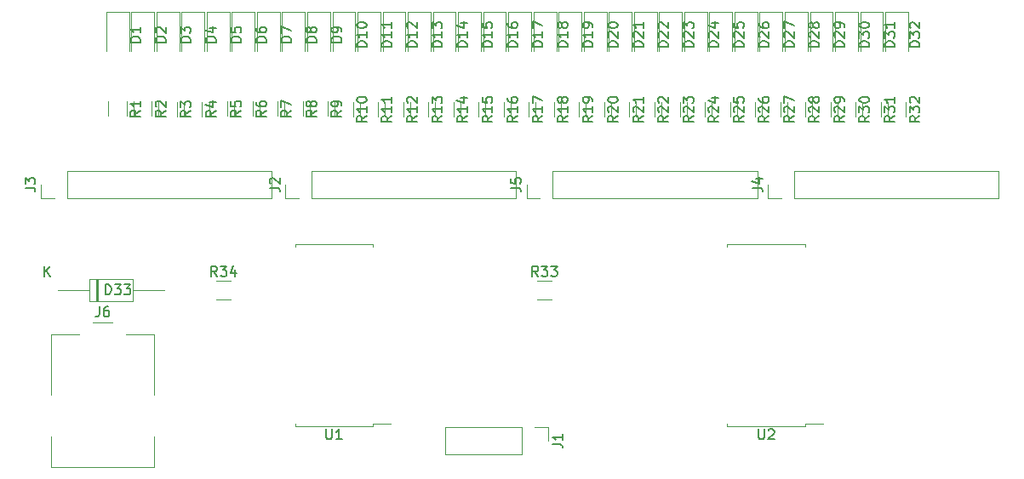
<source format=gbr>
G04 #@! TF.GenerationSoftware,KiCad,Pcbnew,(5.1.9-0-10_14)*
G04 #@! TF.CreationDate,2021-09-02T08:13:15+02:00*
G04 #@! TF.ProjectId,i2c-32io,6932632d-3332-4696-9f2e-6b696361645f,rev?*
G04 #@! TF.SameCoordinates,Original*
G04 #@! TF.FileFunction,Legend,Top*
G04 #@! TF.FilePolarity,Positive*
%FSLAX46Y46*%
G04 Gerber Fmt 4.6, Leading zero omitted, Abs format (unit mm)*
G04 Created by KiCad (PCBNEW (5.1.9-0-10_14)) date 2021-09-02 08:13:15*
%MOMM*%
%LPD*%
G01*
G04 APERTURE LIST*
%ADD10C,0.120000*%
%ADD11C,0.150000*%
G04 APERTURE END LIST*
D10*
G04 #@! TO.C,J1*
X73330000Y-108670000D02*
X73330000Y-110000000D01*
X72000000Y-108670000D02*
X73330000Y-108670000D01*
X70730000Y-108670000D02*
X70730000Y-111330000D01*
X70730000Y-111330000D02*
X63050000Y-111330000D01*
X70730000Y-108670000D02*
X63050000Y-108670000D01*
X63050000Y-108670000D02*
X63050000Y-111330000D01*
G04 #@! TO.C,J2*
X70150000Y-85830000D02*
X70150000Y-83170000D01*
X49770000Y-85830000D02*
X70150000Y-85830000D01*
X49770000Y-83170000D02*
X70150000Y-83170000D01*
X49770000Y-85830000D02*
X49770000Y-83170000D01*
X48500000Y-85830000D02*
X47170000Y-85830000D01*
X47170000Y-85830000D02*
X47170000Y-84500000D01*
G04 #@! TO.C,J6*
X23890000Y-105450000D02*
X23890000Y-99390000D01*
X23890000Y-99390000D02*
X26700000Y-99390000D01*
X31300000Y-99390000D02*
X34110000Y-99390000D01*
X34110000Y-99390000D02*
X34110000Y-105450000D01*
X34110000Y-109550000D02*
X34110000Y-112610000D01*
X34110000Y-112610000D02*
X23890000Y-112610000D01*
X23890000Y-112610000D02*
X23890000Y-109550000D01*
X28000000Y-98200000D02*
X30000000Y-98200000D01*
G04 #@! TO.C,J5*
X94150000Y-85830000D02*
X94150000Y-83170000D01*
X73770000Y-85830000D02*
X94150000Y-85830000D01*
X73770000Y-83170000D02*
X94150000Y-83170000D01*
X73770000Y-85830000D02*
X73770000Y-83170000D01*
X72500000Y-85830000D02*
X71170000Y-85830000D01*
X71170000Y-85830000D02*
X71170000Y-84500000D01*
G04 #@! TO.C,J4*
X118150000Y-85830000D02*
X118150000Y-83170000D01*
X97770000Y-85830000D02*
X118150000Y-85830000D01*
X97770000Y-83170000D02*
X118150000Y-83170000D01*
X97770000Y-85830000D02*
X97770000Y-83170000D01*
X96500000Y-85830000D02*
X95170000Y-85830000D01*
X95170000Y-85830000D02*
X95170000Y-84500000D01*
G04 #@! TO.C,J3*
X45830000Y-85830000D02*
X45830000Y-83170000D01*
X25450000Y-85830000D02*
X45830000Y-85830000D01*
X25450000Y-83170000D02*
X45830000Y-83170000D01*
X25450000Y-85830000D02*
X25450000Y-83170000D01*
X24180000Y-85830000D02*
X22850000Y-85830000D01*
X22850000Y-85830000D02*
X22850000Y-84500000D01*
G04 #@! TO.C,D33*
X27730000Y-93880000D02*
X27730000Y-96120000D01*
X27730000Y-96120000D02*
X31970000Y-96120000D01*
X31970000Y-96120000D02*
X31970000Y-93880000D01*
X31970000Y-93880000D02*
X27730000Y-93880000D01*
X24540000Y-95000000D02*
X27730000Y-95000000D01*
X35160000Y-95000000D02*
X31970000Y-95000000D01*
X28450000Y-93880000D02*
X28450000Y-96120000D01*
X28570000Y-93880000D02*
X28570000Y-96120000D01*
X28330000Y-93880000D02*
X28330000Y-96120000D01*
G04 #@! TO.C,U2*
X98860000Y-108315000D02*
X100675000Y-108315000D01*
X98860000Y-108560000D02*
X98860000Y-108315000D01*
X95000000Y-108560000D02*
X98860000Y-108560000D01*
X91140000Y-108560000D02*
X91140000Y-108315000D01*
X95000000Y-108560000D02*
X91140000Y-108560000D01*
X98860000Y-90440000D02*
X98860000Y-90685000D01*
X95000000Y-90440000D02*
X98860000Y-90440000D01*
X91140000Y-90440000D02*
X91140000Y-90685000D01*
X95000000Y-90440000D02*
X91140000Y-90440000D01*
G04 #@! TO.C,U1*
X55860000Y-108315000D02*
X57675000Y-108315000D01*
X55860000Y-108560000D02*
X55860000Y-108315000D01*
X52000000Y-108560000D02*
X55860000Y-108560000D01*
X48140000Y-108560000D02*
X48140000Y-108315000D01*
X52000000Y-108560000D02*
X48140000Y-108560000D01*
X55860000Y-90440000D02*
X55860000Y-90685000D01*
X52000000Y-90440000D02*
X55860000Y-90440000D01*
X48140000Y-90440000D02*
X48140000Y-90685000D01*
X52000000Y-90440000D02*
X48140000Y-90440000D01*
G04 #@! TO.C,R34*
X40310436Y-95910000D02*
X41764564Y-95910000D01*
X40310436Y-94090000D02*
X41764564Y-94090000D01*
G04 #@! TO.C,R33*
X72235436Y-95910000D02*
X73689564Y-95910000D01*
X72235436Y-94090000D02*
X73689564Y-94090000D01*
G04 #@! TO.C,R32*
X107090000Y-76310436D02*
X107090000Y-77764564D01*
X108910000Y-76310436D02*
X108910000Y-77764564D01*
G04 #@! TO.C,R31*
X104590000Y-76310436D02*
X104590000Y-77764564D01*
X106410000Y-76310436D02*
X106410000Y-77764564D01*
G04 #@! TO.C,R30*
X102090000Y-76310436D02*
X102090000Y-77764564D01*
X103910000Y-76310436D02*
X103910000Y-77764564D01*
G04 #@! TO.C,R29*
X99590000Y-76310436D02*
X99590000Y-77764564D01*
X101410000Y-76310436D02*
X101410000Y-77764564D01*
G04 #@! TO.C,R28*
X97090000Y-76310436D02*
X97090000Y-77764564D01*
X98910000Y-76310436D02*
X98910000Y-77764564D01*
G04 #@! TO.C,R27*
X94590000Y-76310436D02*
X94590000Y-77764564D01*
X96410000Y-76310436D02*
X96410000Y-77764564D01*
G04 #@! TO.C,R26*
X92090000Y-76310436D02*
X92090000Y-77764564D01*
X93910000Y-76310436D02*
X93910000Y-77764564D01*
G04 #@! TO.C,R25*
X89590000Y-76310436D02*
X89590000Y-77764564D01*
X91410000Y-76310436D02*
X91410000Y-77764564D01*
G04 #@! TO.C,R24*
X87090000Y-76310436D02*
X87090000Y-77764564D01*
X88910000Y-76310436D02*
X88910000Y-77764564D01*
G04 #@! TO.C,R23*
X84590000Y-76310436D02*
X84590000Y-77764564D01*
X86410000Y-76310436D02*
X86410000Y-77764564D01*
G04 #@! TO.C,R22*
X82090000Y-76310436D02*
X82090000Y-77764564D01*
X83910000Y-76310436D02*
X83910000Y-77764564D01*
G04 #@! TO.C,R21*
X79590000Y-76310436D02*
X79590000Y-77764564D01*
X81410000Y-76310436D02*
X81410000Y-77764564D01*
G04 #@! TO.C,R20*
X77090000Y-76310436D02*
X77090000Y-77764564D01*
X78910000Y-76310436D02*
X78910000Y-77764564D01*
G04 #@! TO.C,R19*
X74590000Y-76310436D02*
X74590000Y-77764564D01*
X76410000Y-76310436D02*
X76410000Y-77764564D01*
G04 #@! TO.C,R18*
X72090000Y-76310436D02*
X72090000Y-77764564D01*
X73910000Y-76310436D02*
X73910000Y-77764564D01*
G04 #@! TO.C,R17*
X69590000Y-76310436D02*
X69590000Y-77764564D01*
X71410000Y-76310436D02*
X71410000Y-77764564D01*
G04 #@! TO.C,R16*
X67090000Y-76310436D02*
X67090000Y-77764564D01*
X68910000Y-76310436D02*
X68910000Y-77764564D01*
G04 #@! TO.C,R15*
X64590000Y-76310436D02*
X64590000Y-77764564D01*
X66410000Y-76310436D02*
X66410000Y-77764564D01*
G04 #@! TO.C,R14*
X62090000Y-76310436D02*
X62090000Y-77764564D01*
X63910000Y-76310436D02*
X63910000Y-77764564D01*
G04 #@! TO.C,R13*
X59590000Y-76310436D02*
X59590000Y-77764564D01*
X61410000Y-76310436D02*
X61410000Y-77764564D01*
G04 #@! TO.C,R12*
X57090000Y-76310436D02*
X57090000Y-77764564D01*
X58910000Y-76310436D02*
X58910000Y-77764564D01*
G04 #@! TO.C,R11*
X54590000Y-76310436D02*
X54590000Y-77764564D01*
X56410000Y-76310436D02*
X56410000Y-77764564D01*
G04 #@! TO.C,R10*
X52090000Y-76310436D02*
X52090000Y-77764564D01*
X53910000Y-76310436D02*
X53910000Y-77764564D01*
G04 #@! TO.C,R9*
X49590000Y-76235436D02*
X49590000Y-77689564D01*
X51410000Y-76235436D02*
X51410000Y-77689564D01*
G04 #@! TO.C,R8*
X47090000Y-76235436D02*
X47090000Y-77689564D01*
X48910000Y-76235436D02*
X48910000Y-77689564D01*
G04 #@! TO.C,R7*
X44590000Y-76235436D02*
X44590000Y-77689564D01*
X46410000Y-76235436D02*
X46410000Y-77689564D01*
G04 #@! TO.C,R6*
X42090000Y-76235436D02*
X42090000Y-77689564D01*
X43910000Y-76235436D02*
X43910000Y-77689564D01*
G04 #@! TO.C,R5*
X39590000Y-76235436D02*
X39590000Y-77689564D01*
X41410000Y-76235436D02*
X41410000Y-77689564D01*
G04 #@! TO.C,R4*
X37090000Y-76272936D02*
X37090000Y-77727064D01*
X38910000Y-76272936D02*
X38910000Y-77727064D01*
G04 #@! TO.C,R3*
X34590000Y-76272936D02*
X34590000Y-77727064D01*
X36410000Y-76272936D02*
X36410000Y-77727064D01*
G04 #@! TO.C,R2*
X32090000Y-76235436D02*
X32090000Y-77689564D01*
X33910000Y-76235436D02*
X33910000Y-77689564D01*
G04 #@! TO.C,R1*
X29590000Y-76235436D02*
X29590000Y-77689564D01*
X31410000Y-76235436D02*
X31410000Y-77689564D01*
G04 #@! TO.C,D32*
X106865000Y-67315000D02*
X106865000Y-71200000D01*
X109135000Y-67315000D02*
X106865000Y-67315000D01*
X109135000Y-71200000D02*
X109135000Y-67315000D01*
G04 #@! TO.C,D31*
X104365000Y-67315000D02*
X104365000Y-71200000D01*
X106635000Y-67315000D02*
X104365000Y-67315000D01*
X106635000Y-71200000D02*
X106635000Y-67315000D01*
G04 #@! TO.C,D30*
X101865000Y-67315000D02*
X101865000Y-71200000D01*
X104135000Y-67315000D02*
X101865000Y-67315000D01*
X104135000Y-71200000D02*
X104135000Y-67315000D01*
G04 #@! TO.C,D29*
X99365000Y-67315000D02*
X99365000Y-71200000D01*
X101635000Y-67315000D02*
X99365000Y-67315000D01*
X101635000Y-71200000D02*
X101635000Y-67315000D01*
G04 #@! TO.C,D28*
X96865000Y-67315000D02*
X96865000Y-71200000D01*
X99135000Y-67315000D02*
X96865000Y-67315000D01*
X99135000Y-71200000D02*
X99135000Y-67315000D01*
G04 #@! TO.C,D27*
X94365000Y-67315000D02*
X94365000Y-71200000D01*
X96635000Y-67315000D02*
X94365000Y-67315000D01*
X96635000Y-71200000D02*
X96635000Y-67315000D01*
G04 #@! TO.C,D26*
X91865000Y-67315000D02*
X91865000Y-71200000D01*
X94135000Y-67315000D02*
X91865000Y-67315000D01*
X94135000Y-71200000D02*
X94135000Y-67315000D01*
G04 #@! TO.C,D25*
X89365000Y-67315000D02*
X89365000Y-71200000D01*
X91635000Y-67315000D02*
X89365000Y-67315000D01*
X91635000Y-71200000D02*
X91635000Y-67315000D01*
G04 #@! TO.C,D24*
X86865000Y-67315000D02*
X86865000Y-71200000D01*
X89135000Y-67315000D02*
X86865000Y-67315000D01*
X89135000Y-71200000D02*
X89135000Y-67315000D01*
G04 #@! TO.C,D23*
X84365000Y-67315000D02*
X84365000Y-71200000D01*
X86635000Y-67315000D02*
X84365000Y-67315000D01*
X86635000Y-71200000D02*
X86635000Y-67315000D01*
G04 #@! TO.C,D22*
X81865000Y-67315000D02*
X81865000Y-71200000D01*
X84135000Y-67315000D02*
X81865000Y-67315000D01*
X84135000Y-71200000D02*
X84135000Y-67315000D01*
G04 #@! TO.C,D21*
X79365000Y-67315000D02*
X79365000Y-71200000D01*
X81635000Y-67315000D02*
X79365000Y-67315000D01*
X81635000Y-71200000D02*
X81635000Y-67315000D01*
G04 #@! TO.C,D20*
X76865000Y-67315000D02*
X76865000Y-71200000D01*
X79135000Y-67315000D02*
X76865000Y-67315000D01*
X79135000Y-71200000D02*
X79135000Y-67315000D01*
G04 #@! TO.C,D19*
X74365000Y-67315000D02*
X74365000Y-71200000D01*
X76635000Y-67315000D02*
X74365000Y-67315000D01*
X76635000Y-71200000D02*
X76635000Y-67315000D01*
G04 #@! TO.C,D18*
X71865000Y-67315000D02*
X71865000Y-71200000D01*
X74135000Y-67315000D02*
X71865000Y-67315000D01*
X74135000Y-71200000D02*
X74135000Y-67315000D01*
G04 #@! TO.C,D17*
X69365000Y-67315000D02*
X69365000Y-71200000D01*
X71635000Y-67315000D02*
X69365000Y-67315000D01*
X71635000Y-71200000D02*
X71635000Y-67315000D01*
G04 #@! TO.C,D16*
X66865000Y-67315000D02*
X66865000Y-71200000D01*
X69135000Y-67315000D02*
X66865000Y-67315000D01*
X69135000Y-71200000D02*
X69135000Y-67315000D01*
G04 #@! TO.C,D15*
X64365000Y-67315000D02*
X64365000Y-71200000D01*
X66635000Y-67315000D02*
X64365000Y-67315000D01*
X66635000Y-71200000D02*
X66635000Y-67315000D01*
G04 #@! TO.C,D14*
X61865000Y-67315000D02*
X61865000Y-71200000D01*
X64135000Y-67315000D02*
X61865000Y-67315000D01*
X64135000Y-71200000D02*
X64135000Y-67315000D01*
G04 #@! TO.C,D13*
X59365000Y-67315000D02*
X59365000Y-71200000D01*
X61635000Y-67315000D02*
X59365000Y-67315000D01*
X61635000Y-71200000D02*
X61635000Y-67315000D01*
G04 #@! TO.C,D12*
X56865000Y-67315000D02*
X56865000Y-71200000D01*
X59135000Y-67315000D02*
X56865000Y-67315000D01*
X59135000Y-71200000D02*
X59135000Y-67315000D01*
G04 #@! TO.C,D11*
X54365000Y-67315000D02*
X54365000Y-71200000D01*
X56635000Y-67315000D02*
X54365000Y-67315000D01*
X56635000Y-71200000D02*
X56635000Y-67315000D01*
G04 #@! TO.C,D10*
X51865000Y-67315000D02*
X51865000Y-71200000D01*
X54135000Y-67315000D02*
X51865000Y-67315000D01*
X54135000Y-71200000D02*
X54135000Y-67315000D01*
G04 #@! TO.C,D9*
X49365000Y-67315000D02*
X49365000Y-71200000D01*
X51635000Y-67315000D02*
X49365000Y-67315000D01*
X51635000Y-71200000D02*
X51635000Y-67315000D01*
G04 #@! TO.C,D8*
X46865000Y-67315000D02*
X46865000Y-71200000D01*
X49135000Y-67315000D02*
X46865000Y-67315000D01*
X49135000Y-71200000D02*
X49135000Y-67315000D01*
G04 #@! TO.C,D7*
X44365000Y-67315000D02*
X44365000Y-71200000D01*
X46635000Y-67315000D02*
X44365000Y-67315000D01*
X46635000Y-71200000D02*
X46635000Y-67315000D01*
G04 #@! TO.C,D6*
X41865000Y-67315000D02*
X41865000Y-71200000D01*
X44135000Y-67315000D02*
X41865000Y-67315000D01*
X44135000Y-71200000D02*
X44135000Y-67315000D01*
G04 #@! TO.C,D5*
X39365000Y-67315000D02*
X39365000Y-71200000D01*
X41635000Y-67315000D02*
X39365000Y-67315000D01*
X41635000Y-71200000D02*
X41635000Y-67315000D01*
G04 #@! TO.C,D4*
X36865000Y-67315000D02*
X36865000Y-71200000D01*
X39135000Y-67315000D02*
X36865000Y-67315000D01*
X39135000Y-71200000D02*
X39135000Y-67315000D01*
G04 #@! TO.C,D3*
X34365000Y-67315000D02*
X34365000Y-71200000D01*
X36635000Y-67315000D02*
X34365000Y-67315000D01*
X36635000Y-71200000D02*
X36635000Y-67315000D01*
G04 #@! TO.C,D2*
X31865000Y-67315000D02*
X31865000Y-71200000D01*
X34135000Y-67315000D02*
X31865000Y-67315000D01*
X34135000Y-71200000D02*
X34135000Y-67315000D01*
G04 #@! TO.C,D1*
X29365000Y-67315000D02*
X29365000Y-71200000D01*
X31635000Y-67315000D02*
X29365000Y-67315000D01*
X31635000Y-71200000D02*
X31635000Y-67315000D01*
G04 #@! TO.C,J1*
D11*
X73782380Y-110333333D02*
X74496666Y-110333333D01*
X74639523Y-110380952D01*
X74734761Y-110476190D01*
X74782380Y-110619047D01*
X74782380Y-110714285D01*
X74782380Y-109333333D02*
X74782380Y-109904761D01*
X74782380Y-109619047D02*
X73782380Y-109619047D01*
X73925238Y-109714285D01*
X74020476Y-109809523D01*
X74068095Y-109904761D01*
G04 #@! TO.C,J2*
X45622380Y-84833333D02*
X46336666Y-84833333D01*
X46479523Y-84880952D01*
X46574761Y-84976190D01*
X46622380Y-85119047D01*
X46622380Y-85214285D01*
X45717619Y-84404761D02*
X45670000Y-84357142D01*
X45622380Y-84261904D01*
X45622380Y-84023809D01*
X45670000Y-83928571D01*
X45717619Y-83880952D01*
X45812857Y-83833333D01*
X45908095Y-83833333D01*
X46050952Y-83880952D01*
X46622380Y-84452380D01*
X46622380Y-83833333D01*
G04 #@! TO.C,J6*
X28666666Y-96652380D02*
X28666666Y-97366666D01*
X28619047Y-97509523D01*
X28523809Y-97604761D01*
X28380952Y-97652380D01*
X28285714Y-97652380D01*
X29571428Y-96652380D02*
X29380952Y-96652380D01*
X29285714Y-96700000D01*
X29238095Y-96747619D01*
X29142857Y-96890476D01*
X29095238Y-97080952D01*
X29095238Y-97461904D01*
X29142857Y-97557142D01*
X29190476Y-97604761D01*
X29285714Y-97652380D01*
X29476190Y-97652380D01*
X29571428Y-97604761D01*
X29619047Y-97557142D01*
X29666666Y-97461904D01*
X29666666Y-97223809D01*
X29619047Y-97128571D01*
X29571428Y-97080952D01*
X29476190Y-97033333D01*
X29285714Y-97033333D01*
X29190476Y-97080952D01*
X29142857Y-97128571D01*
X29095238Y-97223809D01*
G04 #@! TO.C,J5*
X69622380Y-84833333D02*
X70336666Y-84833333D01*
X70479523Y-84880952D01*
X70574761Y-84976190D01*
X70622380Y-85119047D01*
X70622380Y-85214285D01*
X69622380Y-83880952D02*
X69622380Y-84357142D01*
X70098571Y-84404761D01*
X70050952Y-84357142D01*
X70003333Y-84261904D01*
X70003333Y-84023809D01*
X70050952Y-83928571D01*
X70098571Y-83880952D01*
X70193809Y-83833333D01*
X70431904Y-83833333D01*
X70527142Y-83880952D01*
X70574761Y-83928571D01*
X70622380Y-84023809D01*
X70622380Y-84261904D01*
X70574761Y-84357142D01*
X70527142Y-84404761D01*
G04 #@! TO.C,J4*
X93622380Y-84833333D02*
X94336666Y-84833333D01*
X94479523Y-84880952D01*
X94574761Y-84976190D01*
X94622380Y-85119047D01*
X94622380Y-85214285D01*
X93955714Y-83928571D02*
X94622380Y-83928571D01*
X93574761Y-84166666D02*
X94289047Y-84404761D01*
X94289047Y-83785714D01*
G04 #@! TO.C,J3*
X21302380Y-84833333D02*
X22016666Y-84833333D01*
X22159523Y-84880952D01*
X22254761Y-84976190D01*
X22302380Y-85119047D01*
X22302380Y-85214285D01*
X21302380Y-84452380D02*
X21302380Y-83833333D01*
X21683333Y-84166666D01*
X21683333Y-84023809D01*
X21730952Y-83928571D01*
X21778571Y-83880952D01*
X21873809Y-83833333D01*
X22111904Y-83833333D01*
X22207142Y-83880952D01*
X22254761Y-83928571D01*
X22302380Y-84023809D01*
X22302380Y-84309523D01*
X22254761Y-84404761D01*
X22207142Y-84452380D01*
G04 #@! TO.C,D33*
X29285714Y-95452380D02*
X29285714Y-94452380D01*
X29523809Y-94452380D01*
X29666666Y-94500000D01*
X29761904Y-94595238D01*
X29809523Y-94690476D01*
X29857142Y-94880952D01*
X29857142Y-95023809D01*
X29809523Y-95214285D01*
X29761904Y-95309523D01*
X29666666Y-95404761D01*
X29523809Y-95452380D01*
X29285714Y-95452380D01*
X30190476Y-94452380D02*
X30809523Y-94452380D01*
X30476190Y-94833333D01*
X30619047Y-94833333D01*
X30714285Y-94880952D01*
X30761904Y-94928571D01*
X30809523Y-95023809D01*
X30809523Y-95261904D01*
X30761904Y-95357142D01*
X30714285Y-95404761D01*
X30619047Y-95452380D01*
X30333333Y-95452380D01*
X30238095Y-95404761D01*
X30190476Y-95357142D01*
X31142857Y-94452380D02*
X31761904Y-94452380D01*
X31428571Y-94833333D01*
X31571428Y-94833333D01*
X31666666Y-94880952D01*
X31714285Y-94928571D01*
X31761904Y-95023809D01*
X31761904Y-95261904D01*
X31714285Y-95357142D01*
X31666666Y-95404761D01*
X31571428Y-95452380D01*
X31285714Y-95452380D01*
X31190476Y-95404761D01*
X31142857Y-95357142D01*
X23238095Y-93652380D02*
X23238095Y-92652380D01*
X23809523Y-93652380D02*
X23380952Y-93080952D01*
X23809523Y-92652380D02*
X23238095Y-93223809D01*
G04 #@! TO.C,U2*
X94238095Y-108852380D02*
X94238095Y-109661904D01*
X94285714Y-109757142D01*
X94333333Y-109804761D01*
X94428571Y-109852380D01*
X94619047Y-109852380D01*
X94714285Y-109804761D01*
X94761904Y-109757142D01*
X94809523Y-109661904D01*
X94809523Y-108852380D01*
X95238095Y-108947619D02*
X95285714Y-108900000D01*
X95380952Y-108852380D01*
X95619047Y-108852380D01*
X95714285Y-108900000D01*
X95761904Y-108947619D01*
X95809523Y-109042857D01*
X95809523Y-109138095D01*
X95761904Y-109280952D01*
X95190476Y-109852380D01*
X95809523Y-109852380D01*
G04 #@! TO.C,U1*
X51238095Y-108852380D02*
X51238095Y-109661904D01*
X51285714Y-109757142D01*
X51333333Y-109804761D01*
X51428571Y-109852380D01*
X51619047Y-109852380D01*
X51714285Y-109804761D01*
X51761904Y-109757142D01*
X51809523Y-109661904D01*
X51809523Y-108852380D01*
X52809523Y-109852380D02*
X52238095Y-109852380D01*
X52523809Y-109852380D02*
X52523809Y-108852380D01*
X52428571Y-108995238D01*
X52333333Y-109090476D01*
X52238095Y-109138095D01*
G04 #@! TO.C,R34*
X40394642Y-93632380D02*
X40061309Y-93156190D01*
X39823214Y-93632380D02*
X39823214Y-92632380D01*
X40204166Y-92632380D01*
X40299404Y-92680000D01*
X40347023Y-92727619D01*
X40394642Y-92822857D01*
X40394642Y-92965714D01*
X40347023Y-93060952D01*
X40299404Y-93108571D01*
X40204166Y-93156190D01*
X39823214Y-93156190D01*
X40727976Y-92632380D02*
X41347023Y-92632380D01*
X41013690Y-93013333D01*
X41156547Y-93013333D01*
X41251785Y-93060952D01*
X41299404Y-93108571D01*
X41347023Y-93203809D01*
X41347023Y-93441904D01*
X41299404Y-93537142D01*
X41251785Y-93584761D01*
X41156547Y-93632380D01*
X40870833Y-93632380D01*
X40775595Y-93584761D01*
X40727976Y-93537142D01*
X42204166Y-92965714D02*
X42204166Y-93632380D01*
X41966071Y-92584761D02*
X41727976Y-93299047D01*
X42347023Y-93299047D01*
G04 #@! TO.C,R33*
X72319642Y-93632380D02*
X71986309Y-93156190D01*
X71748214Y-93632380D02*
X71748214Y-92632380D01*
X72129166Y-92632380D01*
X72224404Y-92680000D01*
X72272023Y-92727619D01*
X72319642Y-92822857D01*
X72319642Y-92965714D01*
X72272023Y-93060952D01*
X72224404Y-93108571D01*
X72129166Y-93156190D01*
X71748214Y-93156190D01*
X72652976Y-92632380D02*
X73272023Y-92632380D01*
X72938690Y-93013333D01*
X73081547Y-93013333D01*
X73176785Y-93060952D01*
X73224404Y-93108571D01*
X73272023Y-93203809D01*
X73272023Y-93441904D01*
X73224404Y-93537142D01*
X73176785Y-93584761D01*
X73081547Y-93632380D01*
X72795833Y-93632380D01*
X72700595Y-93584761D01*
X72652976Y-93537142D01*
X73605357Y-92632380D02*
X74224404Y-92632380D01*
X73891071Y-93013333D01*
X74033928Y-93013333D01*
X74129166Y-93060952D01*
X74176785Y-93108571D01*
X74224404Y-93203809D01*
X74224404Y-93441904D01*
X74176785Y-93537142D01*
X74129166Y-93584761D01*
X74033928Y-93632380D01*
X73748214Y-93632380D01*
X73652976Y-93584761D01*
X73605357Y-93537142D01*
G04 #@! TO.C,R32*
X110272380Y-77680357D02*
X109796190Y-78013690D01*
X110272380Y-78251785D02*
X109272380Y-78251785D01*
X109272380Y-77870833D01*
X109320000Y-77775595D01*
X109367619Y-77727976D01*
X109462857Y-77680357D01*
X109605714Y-77680357D01*
X109700952Y-77727976D01*
X109748571Y-77775595D01*
X109796190Y-77870833D01*
X109796190Y-78251785D01*
X109272380Y-77347023D02*
X109272380Y-76727976D01*
X109653333Y-77061309D01*
X109653333Y-76918452D01*
X109700952Y-76823214D01*
X109748571Y-76775595D01*
X109843809Y-76727976D01*
X110081904Y-76727976D01*
X110177142Y-76775595D01*
X110224761Y-76823214D01*
X110272380Y-76918452D01*
X110272380Y-77204166D01*
X110224761Y-77299404D01*
X110177142Y-77347023D01*
X109367619Y-76347023D02*
X109320000Y-76299404D01*
X109272380Y-76204166D01*
X109272380Y-75966071D01*
X109320000Y-75870833D01*
X109367619Y-75823214D01*
X109462857Y-75775595D01*
X109558095Y-75775595D01*
X109700952Y-75823214D01*
X110272380Y-76394642D01*
X110272380Y-75775595D01*
G04 #@! TO.C,R31*
X107772380Y-77680357D02*
X107296190Y-78013690D01*
X107772380Y-78251785D02*
X106772380Y-78251785D01*
X106772380Y-77870833D01*
X106820000Y-77775595D01*
X106867619Y-77727976D01*
X106962857Y-77680357D01*
X107105714Y-77680357D01*
X107200952Y-77727976D01*
X107248571Y-77775595D01*
X107296190Y-77870833D01*
X107296190Y-78251785D01*
X106772380Y-77347023D02*
X106772380Y-76727976D01*
X107153333Y-77061309D01*
X107153333Y-76918452D01*
X107200952Y-76823214D01*
X107248571Y-76775595D01*
X107343809Y-76727976D01*
X107581904Y-76727976D01*
X107677142Y-76775595D01*
X107724761Y-76823214D01*
X107772380Y-76918452D01*
X107772380Y-77204166D01*
X107724761Y-77299404D01*
X107677142Y-77347023D01*
X107772380Y-75775595D02*
X107772380Y-76347023D01*
X107772380Y-76061309D02*
X106772380Y-76061309D01*
X106915238Y-76156547D01*
X107010476Y-76251785D01*
X107058095Y-76347023D01*
G04 #@! TO.C,R30*
X105272380Y-77680357D02*
X104796190Y-78013690D01*
X105272380Y-78251785D02*
X104272380Y-78251785D01*
X104272380Y-77870833D01*
X104320000Y-77775595D01*
X104367619Y-77727976D01*
X104462857Y-77680357D01*
X104605714Y-77680357D01*
X104700952Y-77727976D01*
X104748571Y-77775595D01*
X104796190Y-77870833D01*
X104796190Y-78251785D01*
X104272380Y-77347023D02*
X104272380Y-76727976D01*
X104653333Y-77061309D01*
X104653333Y-76918452D01*
X104700952Y-76823214D01*
X104748571Y-76775595D01*
X104843809Y-76727976D01*
X105081904Y-76727976D01*
X105177142Y-76775595D01*
X105224761Y-76823214D01*
X105272380Y-76918452D01*
X105272380Y-77204166D01*
X105224761Y-77299404D01*
X105177142Y-77347023D01*
X104272380Y-76108928D02*
X104272380Y-76013690D01*
X104320000Y-75918452D01*
X104367619Y-75870833D01*
X104462857Y-75823214D01*
X104653333Y-75775595D01*
X104891428Y-75775595D01*
X105081904Y-75823214D01*
X105177142Y-75870833D01*
X105224761Y-75918452D01*
X105272380Y-76013690D01*
X105272380Y-76108928D01*
X105224761Y-76204166D01*
X105177142Y-76251785D01*
X105081904Y-76299404D01*
X104891428Y-76347023D01*
X104653333Y-76347023D01*
X104462857Y-76299404D01*
X104367619Y-76251785D01*
X104320000Y-76204166D01*
X104272380Y-76108928D01*
G04 #@! TO.C,R29*
X102772380Y-77680357D02*
X102296190Y-78013690D01*
X102772380Y-78251785D02*
X101772380Y-78251785D01*
X101772380Y-77870833D01*
X101820000Y-77775595D01*
X101867619Y-77727976D01*
X101962857Y-77680357D01*
X102105714Y-77680357D01*
X102200952Y-77727976D01*
X102248571Y-77775595D01*
X102296190Y-77870833D01*
X102296190Y-78251785D01*
X101867619Y-77299404D02*
X101820000Y-77251785D01*
X101772380Y-77156547D01*
X101772380Y-76918452D01*
X101820000Y-76823214D01*
X101867619Y-76775595D01*
X101962857Y-76727976D01*
X102058095Y-76727976D01*
X102200952Y-76775595D01*
X102772380Y-77347023D01*
X102772380Y-76727976D01*
X102772380Y-76251785D02*
X102772380Y-76061309D01*
X102724761Y-75966071D01*
X102677142Y-75918452D01*
X102534285Y-75823214D01*
X102343809Y-75775595D01*
X101962857Y-75775595D01*
X101867619Y-75823214D01*
X101820000Y-75870833D01*
X101772380Y-75966071D01*
X101772380Y-76156547D01*
X101820000Y-76251785D01*
X101867619Y-76299404D01*
X101962857Y-76347023D01*
X102200952Y-76347023D01*
X102296190Y-76299404D01*
X102343809Y-76251785D01*
X102391428Y-76156547D01*
X102391428Y-75966071D01*
X102343809Y-75870833D01*
X102296190Y-75823214D01*
X102200952Y-75775595D01*
G04 #@! TO.C,R28*
X100272380Y-77680357D02*
X99796190Y-78013690D01*
X100272380Y-78251785D02*
X99272380Y-78251785D01*
X99272380Y-77870833D01*
X99320000Y-77775595D01*
X99367619Y-77727976D01*
X99462857Y-77680357D01*
X99605714Y-77680357D01*
X99700952Y-77727976D01*
X99748571Y-77775595D01*
X99796190Y-77870833D01*
X99796190Y-78251785D01*
X99367619Y-77299404D02*
X99320000Y-77251785D01*
X99272380Y-77156547D01*
X99272380Y-76918452D01*
X99320000Y-76823214D01*
X99367619Y-76775595D01*
X99462857Y-76727976D01*
X99558095Y-76727976D01*
X99700952Y-76775595D01*
X100272380Y-77347023D01*
X100272380Y-76727976D01*
X99700952Y-76156547D02*
X99653333Y-76251785D01*
X99605714Y-76299404D01*
X99510476Y-76347023D01*
X99462857Y-76347023D01*
X99367619Y-76299404D01*
X99320000Y-76251785D01*
X99272380Y-76156547D01*
X99272380Y-75966071D01*
X99320000Y-75870833D01*
X99367619Y-75823214D01*
X99462857Y-75775595D01*
X99510476Y-75775595D01*
X99605714Y-75823214D01*
X99653333Y-75870833D01*
X99700952Y-75966071D01*
X99700952Y-76156547D01*
X99748571Y-76251785D01*
X99796190Y-76299404D01*
X99891428Y-76347023D01*
X100081904Y-76347023D01*
X100177142Y-76299404D01*
X100224761Y-76251785D01*
X100272380Y-76156547D01*
X100272380Y-75966071D01*
X100224761Y-75870833D01*
X100177142Y-75823214D01*
X100081904Y-75775595D01*
X99891428Y-75775595D01*
X99796190Y-75823214D01*
X99748571Y-75870833D01*
X99700952Y-75966071D01*
G04 #@! TO.C,R27*
X97772380Y-77680357D02*
X97296190Y-78013690D01*
X97772380Y-78251785D02*
X96772380Y-78251785D01*
X96772380Y-77870833D01*
X96820000Y-77775595D01*
X96867619Y-77727976D01*
X96962857Y-77680357D01*
X97105714Y-77680357D01*
X97200952Y-77727976D01*
X97248571Y-77775595D01*
X97296190Y-77870833D01*
X97296190Y-78251785D01*
X96867619Y-77299404D02*
X96820000Y-77251785D01*
X96772380Y-77156547D01*
X96772380Y-76918452D01*
X96820000Y-76823214D01*
X96867619Y-76775595D01*
X96962857Y-76727976D01*
X97058095Y-76727976D01*
X97200952Y-76775595D01*
X97772380Y-77347023D01*
X97772380Y-76727976D01*
X96772380Y-76394642D02*
X96772380Y-75727976D01*
X97772380Y-76156547D01*
G04 #@! TO.C,R26*
X95272380Y-77680357D02*
X94796190Y-78013690D01*
X95272380Y-78251785D02*
X94272380Y-78251785D01*
X94272380Y-77870833D01*
X94320000Y-77775595D01*
X94367619Y-77727976D01*
X94462857Y-77680357D01*
X94605714Y-77680357D01*
X94700952Y-77727976D01*
X94748571Y-77775595D01*
X94796190Y-77870833D01*
X94796190Y-78251785D01*
X94367619Y-77299404D02*
X94320000Y-77251785D01*
X94272380Y-77156547D01*
X94272380Y-76918452D01*
X94320000Y-76823214D01*
X94367619Y-76775595D01*
X94462857Y-76727976D01*
X94558095Y-76727976D01*
X94700952Y-76775595D01*
X95272380Y-77347023D01*
X95272380Y-76727976D01*
X94272380Y-75870833D02*
X94272380Y-76061309D01*
X94320000Y-76156547D01*
X94367619Y-76204166D01*
X94510476Y-76299404D01*
X94700952Y-76347023D01*
X95081904Y-76347023D01*
X95177142Y-76299404D01*
X95224761Y-76251785D01*
X95272380Y-76156547D01*
X95272380Y-75966071D01*
X95224761Y-75870833D01*
X95177142Y-75823214D01*
X95081904Y-75775595D01*
X94843809Y-75775595D01*
X94748571Y-75823214D01*
X94700952Y-75870833D01*
X94653333Y-75966071D01*
X94653333Y-76156547D01*
X94700952Y-76251785D01*
X94748571Y-76299404D01*
X94843809Y-76347023D01*
G04 #@! TO.C,R25*
X92772380Y-77680357D02*
X92296190Y-78013690D01*
X92772380Y-78251785D02*
X91772380Y-78251785D01*
X91772380Y-77870833D01*
X91820000Y-77775595D01*
X91867619Y-77727976D01*
X91962857Y-77680357D01*
X92105714Y-77680357D01*
X92200952Y-77727976D01*
X92248571Y-77775595D01*
X92296190Y-77870833D01*
X92296190Y-78251785D01*
X91867619Y-77299404D02*
X91820000Y-77251785D01*
X91772380Y-77156547D01*
X91772380Y-76918452D01*
X91820000Y-76823214D01*
X91867619Y-76775595D01*
X91962857Y-76727976D01*
X92058095Y-76727976D01*
X92200952Y-76775595D01*
X92772380Y-77347023D01*
X92772380Y-76727976D01*
X91772380Y-75823214D02*
X91772380Y-76299404D01*
X92248571Y-76347023D01*
X92200952Y-76299404D01*
X92153333Y-76204166D01*
X92153333Y-75966071D01*
X92200952Y-75870833D01*
X92248571Y-75823214D01*
X92343809Y-75775595D01*
X92581904Y-75775595D01*
X92677142Y-75823214D01*
X92724761Y-75870833D01*
X92772380Y-75966071D01*
X92772380Y-76204166D01*
X92724761Y-76299404D01*
X92677142Y-76347023D01*
G04 #@! TO.C,R24*
X90272380Y-77680357D02*
X89796190Y-78013690D01*
X90272380Y-78251785D02*
X89272380Y-78251785D01*
X89272380Y-77870833D01*
X89320000Y-77775595D01*
X89367619Y-77727976D01*
X89462857Y-77680357D01*
X89605714Y-77680357D01*
X89700952Y-77727976D01*
X89748571Y-77775595D01*
X89796190Y-77870833D01*
X89796190Y-78251785D01*
X89367619Y-77299404D02*
X89320000Y-77251785D01*
X89272380Y-77156547D01*
X89272380Y-76918452D01*
X89320000Y-76823214D01*
X89367619Y-76775595D01*
X89462857Y-76727976D01*
X89558095Y-76727976D01*
X89700952Y-76775595D01*
X90272380Y-77347023D01*
X90272380Y-76727976D01*
X89605714Y-75870833D02*
X90272380Y-75870833D01*
X89224761Y-76108928D02*
X89939047Y-76347023D01*
X89939047Y-75727976D01*
G04 #@! TO.C,R23*
X87772380Y-77680357D02*
X87296190Y-78013690D01*
X87772380Y-78251785D02*
X86772380Y-78251785D01*
X86772380Y-77870833D01*
X86820000Y-77775595D01*
X86867619Y-77727976D01*
X86962857Y-77680357D01*
X87105714Y-77680357D01*
X87200952Y-77727976D01*
X87248571Y-77775595D01*
X87296190Y-77870833D01*
X87296190Y-78251785D01*
X86867619Y-77299404D02*
X86820000Y-77251785D01*
X86772380Y-77156547D01*
X86772380Y-76918452D01*
X86820000Y-76823214D01*
X86867619Y-76775595D01*
X86962857Y-76727976D01*
X87058095Y-76727976D01*
X87200952Y-76775595D01*
X87772380Y-77347023D01*
X87772380Y-76727976D01*
X86772380Y-76394642D02*
X86772380Y-75775595D01*
X87153333Y-76108928D01*
X87153333Y-75966071D01*
X87200952Y-75870833D01*
X87248571Y-75823214D01*
X87343809Y-75775595D01*
X87581904Y-75775595D01*
X87677142Y-75823214D01*
X87724761Y-75870833D01*
X87772380Y-75966071D01*
X87772380Y-76251785D01*
X87724761Y-76347023D01*
X87677142Y-76394642D01*
G04 #@! TO.C,R22*
X85272380Y-77680357D02*
X84796190Y-78013690D01*
X85272380Y-78251785D02*
X84272380Y-78251785D01*
X84272380Y-77870833D01*
X84320000Y-77775595D01*
X84367619Y-77727976D01*
X84462857Y-77680357D01*
X84605714Y-77680357D01*
X84700952Y-77727976D01*
X84748571Y-77775595D01*
X84796190Y-77870833D01*
X84796190Y-78251785D01*
X84367619Y-77299404D02*
X84320000Y-77251785D01*
X84272380Y-77156547D01*
X84272380Y-76918452D01*
X84320000Y-76823214D01*
X84367619Y-76775595D01*
X84462857Y-76727976D01*
X84558095Y-76727976D01*
X84700952Y-76775595D01*
X85272380Y-77347023D01*
X85272380Y-76727976D01*
X84367619Y-76347023D02*
X84320000Y-76299404D01*
X84272380Y-76204166D01*
X84272380Y-75966071D01*
X84320000Y-75870833D01*
X84367619Y-75823214D01*
X84462857Y-75775595D01*
X84558095Y-75775595D01*
X84700952Y-75823214D01*
X85272380Y-76394642D01*
X85272380Y-75775595D01*
G04 #@! TO.C,R21*
X82772380Y-77680357D02*
X82296190Y-78013690D01*
X82772380Y-78251785D02*
X81772380Y-78251785D01*
X81772380Y-77870833D01*
X81820000Y-77775595D01*
X81867619Y-77727976D01*
X81962857Y-77680357D01*
X82105714Y-77680357D01*
X82200952Y-77727976D01*
X82248571Y-77775595D01*
X82296190Y-77870833D01*
X82296190Y-78251785D01*
X81867619Y-77299404D02*
X81820000Y-77251785D01*
X81772380Y-77156547D01*
X81772380Y-76918452D01*
X81820000Y-76823214D01*
X81867619Y-76775595D01*
X81962857Y-76727976D01*
X82058095Y-76727976D01*
X82200952Y-76775595D01*
X82772380Y-77347023D01*
X82772380Y-76727976D01*
X82772380Y-75775595D02*
X82772380Y-76347023D01*
X82772380Y-76061309D02*
X81772380Y-76061309D01*
X81915238Y-76156547D01*
X82010476Y-76251785D01*
X82058095Y-76347023D01*
G04 #@! TO.C,R20*
X80272380Y-77680357D02*
X79796190Y-78013690D01*
X80272380Y-78251785D02*
X79272380Y-78251785D01*
X79272380Y-77870833D01*
X79320000Y-77775595D01*
X79367619Y-77727976D01*
X79462857Y-77680357D01*
X79605714Y-77680357D01*
X79700952Y-77727976D01*
X79748571Y-77775595D01*
X79796190Y-77870833D01*
X79796190Y-78251785D01*
X79367619Y-77299404D02*
X79320000Y-77251785D01*
X79272380Y-77156547D01*
X79272380Y-76918452D01*
X79320000Y-76823214D01*
X79367619Y-76775595D01*
X79462857Y-76727976D01*
X79558095Y-76727976D01*
X79700952Y-76775595D01*
X80272380Y-77347023D01*
X80272380Y-76727976D01*
X79272380Y-76108928D02*
X79272380Y-76013690D01*
X79320000Y-75918452D01*
X79367619Y-75870833D01*
X79462857Y-75823214D01*
X79653333Y-75775595D01*
X79891428Y-75775595D01*
X80081904Y-75823214D01*
X80177142Y-75870833D01*
X80224761Y-75918452D01*
X80272380Y-76013690D01*
X80272380Y-76108928D01*
X80224761Y-76204166D01*
X80177142Y-76251785D01*
X80081904Y-76299404D01*
X79891428Y-76347023D01*
X79653333Y-76347023D01*
X79462857Y-76299404D01*
X79367619Y-76251785D01*
X79320000Y-76204166D01*
X79272380Y-76108928D01*
G04 #@! TO.C,R19*
X77772380Y-77680357D02*
X77296190Y-78013690D01*
X77772380Y-78251785D02*
X76772380Y-78251785D01*
X76772380Y-77870833D01*
X76820000Y-77775595D01*
X76867619Y-77727976D01*
X76962857Y-77680357D01*
X77105714Y-77680357D01*
X77200952Y-77727976D01*
X77248571Y-77775595D01*
X77296190Y-77870833D01*
X77296190Y-78251785D01*
X77772380Y-76727976D02*
X77772380Y-77299404D01*
X77772380Y-77013690D02*
X76772380Y-77013690D01*
X76915238Y-77108928D01*
X77010476Y-77204166D01*
X77058095Y-77299404D01*
X77772380Y-76251785D02*
X77772380Y-76061309D01*
X77724761Y-75966071D01*
X77677142Y-75918452D01*
X77534285Y-75823214D01*
X77343809Y-75775595D01*
X76962857Y-75775595D01*
X76867619Y-75823214D01*
X76820000Y-75870833D01*
X76772380Y-75966071D01*
X76772380Y-76156547D01*
X76820000Y-76251785D01*
X76867619Y-76299404D01*
X76962857Y-76347023D01*
X77200952Y-76347023D01*
X77296190Y-76299404D01*
X77343809Y-76251785D01*
X77391428Y-76156547D01*
X77391428Y-75966071D01*
X77343809Y-75870833D01*
X77296190Y-75823214D01*
X77200952Y-75775595D01*
G04 #@! TO.C,R18*
X75272380Y-77680357D02*
X74796190Y-78013690D01*
X75272380Y-78251785D02*
X74272380Y-78251785D01*
X74272380Y-77870833D01*
X74320000Y-77775595D01*
X74367619Y-77727976D01*
X74462857Y-77680357D01*
X74605714Y-77680357D01*
X74700952Y-77727976D01*
X74748571Y-77775595D01*
X74796190Y-77870833D01*
X74796190Y-78251785D01*
X75272380Y-76727976D02*
X75272380Y-77299404D01*
X75272380Y-77013690D02*
X74272380Y-77013690D01*
X74415238Y-77108928D01*
X74510476Y-77204166D01*
X74558095Y-77299404D01*
X74700952Y-76156547D02*
X74653333Y-76251785D01*
X74605714Y-76299404D01*
X74510476Y-76347023D01*
X74462857Y-76347023D01*
X74367619Y-76299404D01*
X74320000Y-76251785D01*
X74272380Y-76156547D01*
X74272380Y-75966071D01*
X74320000Y-75870833D01*
X74367619Y-75823214D01*
X74462857Y-75775595D01*
X74510476Y-75775595D01*
X74605714Y-75823214D01*
X74653333Y-75870833D01*
X74700952Y-75966071D01*
X74700952Y-76156547D01*
X74748571Y-76251785D01*
X74796190Y-76299404D01*
X74891428Y-76347023D01*
X75081904Y-76347023D01*
X75177142Y-76299404D01*
X75224761Y-76251785D01*
X75272380Y-76156547D01*
X75272380Y-75966071D01*
X75224761Y-75870833D01*
X75177142Y-75823214D01*
X75081904Y-75775595D01*
X74891428Y-75775595D01*
X74796190Y-75823214D01*
X74748571Y-75870833D01*
X74700952Y-75966071D01*
G04 #@! TO.C,R17*
X72772380Y-77680357D02*
X72296190Y-78013690D01*
X72772380Y-78251785D02*
X71772380Y-78251785D01*
X71772380Y-77870833D01*
X71820000Y-77775595D01*
X71867619Y-77727976D01*
X71962857Y-77680357D01*
X72105714Y-77680357D01*
X72200952Y-77727976D01*
X72248571Y-77775595D01*
X72296190Y-77870833D01*
X72296190Y-78251785D01*
X72772380Y-76727976D02*
X72772380Y-77299404D01*
X72772380Y-77013690D02*
X71772380Y-77013690D01*
X71915238Y-77108928D01*
X72010476Y-77204166D01*
X72058095Y-77299404D01*
X71772380Y-76394642D02*
X71772380Y-75727976D01*
X72772380Y-76156547D01*
G04 #@! TO.C,R16*
X70272380Y-77680357D02*
X69796190Y-78013690D01*
X70272380Y-78251785D02*
X69272380Y-78251785D01*
X69272380Y-77870833D01*
X69320000Y-77775595D01*
X69367619Y-77727976D01*
X69462857Y-77680357D01*
X69605714Y-77680357D01*
X69700952Y-77727976D01*
X69748571Y-77775595D01*
X69796190Y-77870833D01*
X69796190Y-78251785D01*
X70272380Y-76727976D02*
X70272380Y-77299404D01*
X70272380Y-77013690D02*
X69272380Y-77013690D01*
X69415238Y-77108928D01*
X69510476Y-77204166D01*
X69558095Y-77299404D01*
X69272380Y-75870833D02*
X69272380Y-76061309D01*
X69320000Y-76156547D01*
X69367619Y-76204166D01*
X69510476Y-76299404D01*
X69700952Y-76347023D01*
X70081904Y-76347023D01*
X70177142Y-76299404D01*
X70224761Y-76251785D01*
X70272380Y-76156547D01*
X70272380Y-75966071D01*
X70224761Y-75870833D01*
X70177142Y-75823214D01*
X70081904Y-75775595D01*
X69843809Y-75775595D01*
X69748571Y-75823214D01*
X69700952Y-75870833D01*
X69653333Y-75966071D01*
X69653333Y-76156547D01*
X69700952Y-76251785D01*
X69748571Y-76299404D01*
X69843809Y-76347023D01*
G04 #@! TO.C,R15*
X67772380Y-77680357D02*
X67296190Y-78013690D01*
X67772380Y-78251785D02*
X66772380Y-78251785D01*
X66772380Y-77870833D01*
X66820000Y-77775595D01*
X66867619Y-77727976D01*
X66962857Y-77680357D01*
X67105714Y-77680357D01*
X67200952Y-77727976D01*
X67248571Y-77775595D01*
X67296190Y-77870833D01*
X67296190Y-78251785D01*
X67772380Y-76727976D02*
X67772380Y-77299404D01*
X67772380Y-77013690D02*
X66772380Y-77013690D01*
X66915238Y-77108928D01*
X67010476Y-77204166D01*
X67058095Y-77299404D01*
X66772380Y-75823214D02*
X66772380Y-76299404D01*
X67248571Y-76347023D01*
X67200952Y-76299404D01*
X67153333Y-76204166D01*
X67153333Y-75966071D01*
X67200952Y-75870833D01*
X67248571Y-75823214D01*
X67343809Y-75775595D01*
X67581904Y-75775595D01*
X67677142Y-75823214D01*
X67724761Y-75870833D01*
X67772380Y-75966071D01*
X67772380Y-76204166D01*
X67724761Y-76299404D01*
X67677142Y-76347023D01*
G04 #@! TO.C,R14*
X65272380Y-77680357D02*
X64796190Y-78013690D01*
X65272380Y-78251785D02*
X64272380Y-78251785D01*
X64272380Y-77870833D01*
X64320000Y-77775595D01*
X64367619Y-77727976D01*
X64462857Y-77680357D01*
X64605714Y-77680357D01*
X64700952Y-77727976D01*
X64748571Y-77775595D01*
X64796190Y-77870833D01*
X64796190Y-78251785D01*
X65272380Y-76727976D02*
X65272380Y-77299404D01*
X65272380Y-77013690D02*
X64272380Y-77013690D01*
X64415238Y-77108928D01*
X64510476Y-77204166D01*
X64558095Y-77299404D01*
X64605714Y-75870833D02*
X65272380Y-75870833D01*
X64224761Y-76108928D02*
X64939047Y-76347023D01*
X64939047Y-75727976D01*
G04 #@! TO.C,R13*
X62772380Y-77680357D02*
X62296190Y-78013690D01*
X62772380Y-78251785D02*
X61772380Y-78251785D01*
X61772380Y-77870833D01*
X61820000Y-77775595D01*
X61867619Y-77727976D01*
X61962857Y-77680357D01*
X62105714Y-77680357D01*
X62200952Y-77727976D01*
X62248571Y-77775595D01*
X62296190Y-77870833D01*
X62296190Y-78251785D01*
X62772380Y-76727976D02*
X62772380Y-77299404D01*
X62772380Y-77013690D02*
X61772380Y-77013690D01*
X61915238Y-77108928D01*
X62010476Y-77204166D01*
X62058095Y-77299404D01*
X61772380Y-76394642D02*
X61772380Y-75775595D01*
X62153333Y-76108928D01*
X62153333Y-75966071D01*
X62200952Y-75870833D01*
X62248571Y-75823214D01*
X62343809Y-75775595D01*
X62581904Y-75775595D01*
X62677142Y-75823214D01*
X62724761Y-75870833D01*
X62772380Y-75966071D01*
X62772380Y-76251785D01*
X62724761Y-76347023D01*
X62677142Y-76394642D01*
G04 #@! TO.C,R12*
X60272380Y-77680357D02*
X59796190Y-78013690D01*
X60272380Y-78251785D02*
X59272380Y-78251785D01*
X59272380Y-77870833D01*
X59320000Y-77775595D01*
X59367619Y-77727976D01*
X59462857Y-77680357D01*
X59605714Y-77680357D01*
X59700952Y-77727976D01*
X59748571Y-77775595D01*
X59796190Y-77870833D01*
X59796190Y-78251785D01*
X60272380Y-76727976D02*
X60272380Y-77299404D01*
X60272380Y-77013690D02*
X59272380Y-77013690D01*
X59415238Y-77108928D01*
X59510476Y-77204166D01*
X59558095Y-77299404D01*
X59367619Y-76347023D02*
X59320000Y-76299404D01*
X59272380Y-76204166D01*
X59272380Y-75966071D01*
X59320000Y-75870833D01*
X59367619Y-75823214D01*
X59462857Y-75775595D01*
X59558095Y-75775595D01*
X59700952Y-75823214D01*
X60272380Y-76394642D01*
X60272380Y-75775595D01*
G04 #@! TO.C,R11*
X57772380Y-77680357D02*
X57296190Y-78013690D01*
X57772380Y-78251785D02*
X56772380Y-78251785D01*
X56772380Y-77870833D01*
X56820000Y-77775595D01*
X56867619Y-77727976D01*
X56962857Y-77680357D01*
X57105714Y-77680357D01*
X57200952Y-77727976D01*
X57248571Y-77775595D01*
X57296190Y-77870833D01*
X57296190Y-78251785D01*
X57772380Y-76727976D02*
X57772380Y-77299404D01*
X57772380Y-77013690D02*
X56772380Y-77013690D01*
X56915238Y-77108928D01*
X57010476Y-77204166D01*
X57058095Y-77299404D01*
X57772380Y-75775595D02*
X57772380Y-76347023D01*
X57772380Y-76061309D02*
X56772380Y-76061309D01*
X56915238Y-76156547D01*
X57010476Y-76251785D01*
X57058095Y-76347023D01*
G04 #@! TO.C,R10*
X55272380Y-77680357D02*
X54796190Y-78013690D01*
X55272380Y-78251785D02*
X54272380Y-78251785D01*
X54272380Y-77870833D01*
X54320000Y-77775595D01*
X54367619Y-77727976D01*
X54462857Y-77680357D01*
X54605714Y-77680357D01*
X54700952Y-77727976D01*
X54748571Y-77775595D01*
X54796190Y-77870833D01*
X54796190Y-78251785D01*
X55272380Y-76727976D02*
X55272380Y-77299404D01*
X55272380Y-77013690D02*
X54272380Y-77013690D01*
X54415238Y-77108928D01*
X54510476Y-77204166D01*
X54558095Y-77299404D01*
X54272380Y-76108928D02*
X54272380Y-76013690D01*
X54320000Y-75918452D01*
X54367619Y-75870833D01*
X54462857Y-75823214D01*
X54653333Y-75775595D01*
X54891428Y-75775595D01*
X55081904Y-75823214D01*
X55177142Y-75870833D01*
X55224761Y-75918452D01*
X55272380Y-76013690D01*
X55272380Y-76108928D01*
X55224761Y-76204166D01*
X55177142Y-76251785D01*
X55081904Y-76299404D01*
X54891428Y-76347023D01*
X54653333Y-76347023D01*
X54462857Y-76299404D01*
X54367619Y-76251785D01*
X54320000Y-76204166D01*
X54272380Y-76108928D01*
G04 #@! TO.C,R9*
X52772380Y-77129166D02*
X52296190Y-77462500D01*
X52772380Y-77700595D02*
X51772380Y-77700595D01*
X51772380Y-77319642D01*
X51820000Y-77224404D01*
X51867619Y-77176785D01*
X51962857Y-77129166D01*
X52105714Y-77129166D01*
X52200952Y-77176785D01*
X52248571Y-77224404D01*
X52296190Y-77319642D01*
X52296190Y-77700595D01*
X52772380Y-76652976D02*
X52772380Y-76462500D01*
X52724761Y-76367261D01*
X52677142Y-76319642D01*
X52534285Y-76224404D01*
X52343809Y-76176785D01*
X51962857Y-76176785D01*
X51867619Y-76224404D01*
X51820000Y-76272023D01*
X51772380Y-76367261D01*
X51772380Y-76557738D01*
X51820000Y-76652976D01*
X51867619Y-76700595D01*
X51962857Y-76748214D01*
X52200952Y-76748214D01*
X52296190Y-76700595D01*
X52343809Y-76652976D01*
X52391428Y-76557738D01*
X52391428Y-76367261D01*
X52343809Y-76272023D01*
X52296190Y-76224404D01*
X52200952Y-76176785D01*
G04 #@! TO.C,R8*
X50272380Y-77129166D02*
X49796190Y-77462500D01*
X50272380Y-77700595D02*
X49272380Y-77700595D01*
X49272380Y-77319642D01*
X49320000Y-77224404D01*
X49367619Y-77176785D01*
X49462857Y-77129166D01*
X49605714Y-77129166D01*
X49700952Y-77176785D01*
X49748571Y-77224404D01*
X49796190Y-77319642D01*
X49796190Y-77700595D01*
X49700952Y-76557738D02*
X49653333Y-76652976D01*
X49605714Y-76700595D01*
X49510476Y-76748214D01*
X49462857Y-76748214D01*
X49367619Y-76700595D01*
X49320000Y-76652976D01*
X49272380Y-76557738D01*
X49272380Y-76367261D01*
X49320000Y-76272023D01*
X49367619Y-76224404D01*
X49462857Y-76176785D01*
X49510476Y-76176785D01*
X49605714Y-76224404D01*
X49653333Y-76272023D01*
X49700952Y-76367261D01*
X49700952Y-76557738D01*
X49748571Y-76652976D01*
X49796190Y-76700595D01*
X49891428Y-76748214D01*
X50081904Y-76748214D01*
X50177142Y-76700595D01*
X50224761Y-76652976D01*
X50272380Y-76557738D01*
X50272380Y-76367261D01*
X50224761Y-76272023D01*
X50177142Y-76224404D01*
X50081904Y-76176785D01*
X49891428Y-76176785D01*
X49796190Y-76224404D01*
X49748571Y-76272023D01*
X49700952Y-76367261D01*
G04 #@! TO.C,R7*
X47772380Y-77129166D02*
X47296190Y-77462500D01*
X47772380Y-77700595D02*
X46772380Y-77700595D01*
X46772380Y-77319642D01*
X46820000Y-77224404D01*
X46867619Y-77176785D01*
X46962857Y-77129166D01*
X47105714Y-77129166D01*
X47200952Y-77176785D01*
X47248571Y-77224404D01*
X47296190Y-77319642D01*
X47296190Y-77700595D01*
X46772380Y-76795833D02*
X46772380Y-76129166D01*
X47772380Y-76557738D01*
G04 #@! TO.C,R6*
X45272380Y-77129166D02*
X44796190Y-77462500D01*
X45272380Y-77700595D02*
X44272380Y-77700595D01*
X44272380Y-77319642D01*
X44320000Y-77224404D01*
X44367619Y-77176785D01*
X44462857Y-77129166D01*
X44605714Y-77129166D01*
X44700952Y-77176785D01*
X44748571Y-77224404D01*
X44796190Y-77319642D01*
X44796190Y-77700595D01*
X44272380Y-76272023D02*
X44272380Y-76462500D01*
X44320000Y-76557738D01*
X44367619Y-76605357D01*
X44510476Y-76700595D01*
X44700952Y-76748214D01*
X45081904Y-76748214D01*
X45177142Y-76700595D01*
X45224761Y-76652976D01*
X45272380Y-76557738D01*
X45272380Y-76367261D01*
X45224761Y-76272023D01*
X45177142Y-76224404D01*
X45081904Y-76176785D01*
X44843809Y-76176785D01*
X44748571Y-76224404D01*
X44700952Y-76272023D01*
X44653333Y-76367261D01*
X44653333Y-76557738D01*
X44700952Y-76652976D01*
X44748571Y-76700595D01*
X44843809Y-76748214D01*
G04 #@! TO.C,R5*
X42772380Y-77129166D02*
X42296190Y-77462500D01*
X42772380Y-77700595D02*
X41772380Y-77700595D01*
X41772380Y-77319642D01*
X41820000Y-77224404D01*
X41867619Y-77176785D01*
X41962857Y-77129166D01*
X42105714Y-77129166D01*
X42200952Y-77176785D01*
X42248571Y-77224404D01*
X42296190Y-77319642D01*
X42296190Y-77700595D01*
X41772380Y-76224404D02*
X41772380Y-76700595D01*
X42248571Y-76748214D01*
X42200952Y-76700595D01*
X42153333Y-76605357D01*
X42153333Y-76367261D01*
X42200952Y-76272023D01*
X42248571Y-76224404D01*
X42343809Y-76176785D01*
X42581904Y-76176785D01*
X42677142Y-76224404D01*
X42724761Y-76272023D01*
X42772380Y-76367261D01*
X42772380Y-76605357D01*
X42724761Y-76700595D01*
X42677142Y-76748214D01*
G04 #@! TO.C,R4*
X40272380Y-77166666D02*
X39796190Y-77500000D01*
X40272380Y-77738095D02*
X39272380Y-77738095D01*
X39272380Y-77357142D01*
X39320000Y-77261904D01*
X39367619Y-77214285D01*
X39462857Y-77166666D01*
X39605714Y-77166666D01*
X39700952Y-77214285D01*
X39748571Y-77261904D01*
X39796190Y-77357142D01*
X39796190Y-77738095D01*
X39605714Y-76309523D02*
X40272380Y-76309523D01*
X39224761Y-76547619D02*
X39939047Y-76785714D01*
X39939047Y-76166666D01*
G04 #@! TO.C,R3*
X37772380Y-77166666D02*
X37296190Y-77500000D01*
X37772380Y-77738095D02*
X36772380Y-77738095D01*
X36772380Y-77357142D01*
X36820000Y-77261904D01*
X36867619Y-77214285D01*
X36962857Y-77166666D01*
X37105714Y-77166666D01*
X37200952Y-77214285D01*
X37248571Y-77261904D01*
X37296190Y-77357142D01*
X37296190Y-77738095D01*
X36772380Y-76833333D02*
X36772380Y-76214285D01*
X37153333Y-76547619D01*
X37153333Y-76404761D01*
X37200952Y-76309523D01*
X37248571Y-76261904D01*
X37343809Y-76214285D01*
X37581904Y-76214285D01*
X37677142Y-76261904D01*
X37724761Y-76309523D01*
X37772380Y-76404761D01*
X37772380Y-76690476D01*
X37724761Y-76785714D01*
X37677142Y-76833333D01*
G04 #@! TO.C,R2*
X35272380Y-77129166D02*
X34796190Y-77462500D01*
X35272380Y-77700595D02*
X34272380Y-77700595D01*
X34272380Y-77319642D01*
X34320000Y-77224404D01*
X34367619Y-77176785D01*
X34462857Y-77129166D01*
X34605714Y-77129166D01*
X34700952Y-77176785D01*
X34748571Y-77224404D01*
X34796190Y-77319642D01*
X34796190Y-77700595D01*
X34367619Y-76748214D02*
X34320000Y-76700595D01*
X34272380Y-76605357D01*
X34272380Y-76367261D01*
X34320000Y-76272023D01*
X34367619Y-76224404D01*
X34462857Y-76176785D01*
X34558095Y-76176785D01*
X34700952Y-76224404D01*
X35272380Y-76795833D01*
X35272380Y-76176785D01*
G04 #@! TO.C,R1*
X32772380Y-77129166D02*
X32296190Y-77462500D01*
X32772380Y-77700595D02*
X31772380Y-77700595D01*
X31772380Y-77319642D01*
X31820000Y-77224404D01*
X31867619Y-77176785D01*
X31962857Y-77129166D01*
X32105714Y-77129166D01*
X32200952Y-77176785D01*
X32248571Y-77224404D01*
X32296190Y-77319642D01*
X32296190Y-77700595D01*
X32772380Y-76176785D02*
X32772380Y-76748214D01*
X32772380Y-76462500D02*
X31772380Y-76462500D01*
X31915238Y-76557738D01*
X32010476Y-76652976D01*
X32058095Y-76748214D01*
G04 #@! TO.C,D32*
X110272380Y-70814285D02*
X109272380Y-70814285D01*
X109272380Y-70576190D01*
X109320000Y-70433333D01*
X109415238Y-70338095D01*
X109510476Y-70290476D01*
X109700952Y-70242857D01*
X109843809Y-70242857D01*
X110034285Y-70290476D01*
X110129523Y-70338095D01*
X110224761Y-70433333D01*
X110272380Y-70576190D01*
X110272380Y-70814285D01*
X109272380Y-69909523D02*
X109272380Y-69290476D01*
X109653333Y-69623809D01*
X109653333Y-69480952D01*
X109700952Y-69385714D01*
X109748571Y-69338095D01*
X109843809Y-69290476D01*
X110081904Y-69290476D01*
X110177142Y-69338095D01*
X110224761Y-69385714D01*
X110272380Y-69480952D01*
X110272380Y-69766666D01*
X110224761Y-69861904D01*
X110177142Y-69909523D01*
X109367619Y-68909523D02*
X109320000Y-68861904D01*
X109272380Y-68766666D01*
X109272380Y-68528571D01*
X109320000Y-68433333D01*
X109367619Y-68385714D01*
X109462857Y-68338095D01*
X109558095Y-68338095D01*
X109700952Y-68385714D01*
X110272380Y-68957142D01*
X110272380Y-68338095D01*
G04 #@! TO.C,D31*
X107772380Y-70814285D02*
X106772380Y-70814285D01*
X106772380Y-70576190D01*
X106820000Y-70433333D01*
X106915238Y-70338095D01*
X107010476Y-70290476D01*
X107200952Y-70242857D01*
X107343809Y-70242857D01*
X107534285Y-70290476D01*
X107629523Y-70338095D01*
X107724761Y-70433333D01*
X107772380Y-70576190D01*
X107772380Y-70814285D01*
X106772380Y-69909523D02*
X106772380Y-69290476D01*
X107153333Y-69623809D01*
X107153333Y-69480952D01*
X107200952Y-69385714D01*
X107248571Y-69338095D01*
X107343809Y-69290476D01*
X107581904Y-69290476D01*
X107677142Y-69338095D01*
X107724761Y-69385714D01*
X107772380Y-69480952D01*
X107772380Y-69766666D01*
X107724761Y-69861904D01*
X107677142Y-69909523D01*
X107772380Y-68338095D02*
X107772380Y-68909523D01*
X107772380Y-68623809D02*
X106772380Y-68623809D01*
X106915238Y-68719047D01*
X107010476Y-68814285D01*
X107058095Y-68909523D01*
G04 #@! TO.C,D30*
X105272380Y-70814285D02*
X104272380Y-70814285D01*
X104272380Y-70576190D01*
X104320000Y-70433333D01*
X104415238Y-70338095D01*
X104510476Y-70290476D01*
X104700952Y-70242857D01*
X104843809Y-70242857D01*
X105034285Y-70290476D01*
X105129523Y-70338095D01*
X105224761Y-70433333D01*
X105272380Y-70576190D01*
X105272380Y-70814285D01*
X104272380Y-69909523D02*
X104272380Y-69290476D01*
X104653333Y-69623809D01*
X104653333Y-69480952D01*
X104700952Y-69385714D01*
X104748571Y-69338095D01*
X104843809Y-69290476D01*
X105081904Y-69290476D01*
X105177142Y-69338095D01*
X105224761Y-69385714D01*
X105272380Y-69480952D01*
X105272380Y-69766666D01*
X105224761Y-69861904D01*
X105177142Y-69909523D01*
X104272380Y-68671428D02*
X104272380Y-68576190D01*
X104320000Y-68480952D01*
X104367619Y-68433333D01*
X104462857Y-68385714D01*
X104653333Y-68338095D01*
X104891428Y-68338095D01*
X105081904Y-68385714D01*
X105177142Y-68433333D01*
X105224761Y-68480952D01*
X105272380Y-68576190D01*
X105272380Y-68671428D01*
X105224761Y-68766666D01*
X105177142Y-68814285D01*
X105081904Y-68861904D01*
X104891428Y-68909523D01*
X104653333Y-68909523D01*
X104462857Y-68861904D01*
X104367619Y-68814285D01*
X104320000Y-68766666D01*
X104272380Y-68671428D01*
G04 #@! TO.C,D29*
X102772380Y-70814285D02*
X101772380Y-70814285D01*
X101772380Y-70576190D01*
X101820000Y-70433333D01*
X101915238Y-70338095D01*
X102010476Y-70290476D01*
X102200952Y-70242857D01*
X102343809Y-70242857D01*
X102534285Y-70290476D01*
X102629523Y-70338095D01*
X102724761Y-70433333D01*
X102772380Y-70576190D01*
X102772380Y-70814285D01*
X101867619Y-69861904D02*
X101820000Y-69814285D01*
X101772380Y-69719047D01*
X101772380Y-69480952D01*
X101820000Y-69385714D01*
X101867619Y-69338095D01*
X101962857Y-69290476D01*
X102058095Y-69290476D01*
X102200952Y-69338095D01*
X102772380Y-69909523D01*
X102772380Y-69290476D01*
X102772380Y-68814285D02*
X102772380Y-68623809D01*
X102724761Y-68528571D01*
X102677142Y-68480952D01*
X102534285Y-68385714D01*
X102343809Y-68338095D01*
X101962857Y-68338095D01*
X101867619Y-68385714D01*
X101820000Y-68433333D01*
X101772380Y-68528571D01*
X101772380Y-68719047D01*
X101820000Y-68814285D01*
X101867619Y-68861904D01*
X101962857Y-68909523D01*
X102200952Y-68909523D01*
X102296190Y-68861904D01*
X102343809Y-68814285D01*
X102391428Y-68719047D01*
X102391428Y-68528571D01*
X102343809Y-68433333D01*
X102296190Y-68385714D01*
X102200952Y-68338095D01*
G04 #@! TO.C,D28*
X100272380Y-70814285D02*
X99272380Y-70814285D01*
X99272380Y-70576190D01*
X99320000Y-70433333D01*
X99415238Y-70338095D01*
X99510476Y-70290476D01*
X99700952Y-70242857D01*
X99843809Y-70242857D01*
X100034285Y-70290476D01*
X100129523Y-70338095D01*
X100224761Y-70433333D01*
X100272380Y-70576190D01*
X100272380Y-70814285D01*
X99367619Y-69861904D02*
X99320000Y-69814285D01*
X99272380Y-69719047D01*
X99272380Y-69480952D01*
X99320000Y-69385714D01*
X99367619Y-69338095D01*
X99462857Y-69290476D01*
X99558095Y-69290476D01*
X99700952Y-69338095D01*
X100272380Y-69909523D01*
X100272380Y-69290476D01*
X99700952Y-68719047D02*
X99653333Y-68814285D01*
X99605714Y-68861904D01*
X99510476Y-68909523D01*
X99462857Y-68909523D01*
X99367619Y-68861904D01*
X99320000Y-68814285D01*
X99272380Y-68719047D01*
X99272380Y-68528571D01*
X99320000Y-68433333D01*
X99367619Y-68385714D01*
X99462857Y-68338095D01*
X99510476Y-68338095D01*
X99605714Y-68385714D01*
X99653333Y-68433333D01*
X99700952Y-68528571D01*
X99700952Y-68719047D01*
X99748571Y-68814285D01*
X99796190Y-68861904D01*
X99891428Y-68909523D01*
X100081904Y-68909523D01*
X100177142Y-68861904D01*
X100224761Y-68814285D01*
X100272380Y-68719047D01*
X100272380Y-68528571D01*
X100224761Y-68433333D01*
X100177142Y-68385714D01*
X100081904Y-68338095D01*
X99891428Y-68338095D01*
X99796190Y-68385714D01*
X99748571Y-68433333D01*
X99700952Y-68528571D01*
G04 #@! TO.C,D27*
X97772380Y-70814285D02*
X96772380Y-70814285D01*
X96772380Y-70576190D01*
X96820000Y-70433333D01*
X96915238Y-70338095D01*
X97010476Y-70290476D01*
X97200952Y-70242857D01*
X97343809Y-70242857D01*
X97534285Y-70290476D01*
X97629523Y-70338095D01*
X97724761Y-70433333D01*
X97772380Y-70576190D01*
X97772380Y-70814285D01*
X96867619Y-69861904D02*
X96820000Y-69814285D01*
X96772380Y-69719047D01*
X96772380Y-69480952D01*
X96820000Y-69385714D01*
X96867619Y-69338095D01*
X96962857Y-69290476D01*
X97058095Y-69290476D01*
X97200952Y-69338095D01*
X97772380Y-69909523D01*
X97772380Y-69290476D01*
X96772380Y-68957142D02*
X96772380Y-68290476D01*
X97772380Y-68719047D01*
G04 #@! TO.C,D26*
X95272380Y-70814285D02*
X94272380Y-70814285D01*
X94272380Y-70576190D01*
X94320000Y-70433333D01*
X94415238Y-70338095D01*
X94510476Y-70290476D01*
X94700952Y-70242857D01*
X94843809Y-70242857D01*
X95034285Y-70290476D01*
X95129523Y-70338095D01*
X95224761Y-70433333D01*
X95272380Y-70576190D01*
X95272380Y-70814285D01*
X94367619Y-69861904D02*
X94320000Y-69814285D01*
X94272380Y-69719047D01*
X94272380Y-69480952D01*
X94320000Y-69385714D01*
X94367619Y-69338095D01*
X94462857Y-69290476D01*
X94558095Y-69290476D01*
X94700952Y-69338095D01*
X95272380Y-69909523D01*
X95272380Y-69290476D01*
X94272380Y-68433333D02*
X94272380Y-68623809D01*
X94320000Y-68719047D01*
X94367619Y-68766666D01*
X94510476Y-68861904D01*
X94700952Y-68909523D01*
X95081904Y-68909523D01*
X95177142Y-68861904D01*
X95224761Y-68814285D01*
X95272380Y-68719047D01*
X95272380Y-68528571D01*
X95224761Y-68433333D01*
X95177142Y-68385714D01*
X95081904Y-68338095D01*
X94843809Y-68338095D01*
X94748571Y-68385714D01*
X94700952Y-68433333D01*
X94653333Y-68528571D01*
X94653333Y-68719047D01*
X94700952Y-68814285D01*
X94748571Y-68861904D01*
X94843809Y-68909523D01*
G04 #@! TO.C,D25*
X92772380Y-70814285D02*
X91772380Y-70814285D01*
X91772380Y-70576190D01*
X91820000Y-70433333D01*
X91915238Y-70338095D01*
X92010476Y-70290476D01*
X92200952Y-70242857D01*
X92343809Y-70242857D01*
X92534285Y-70290476D01*
X92629523Y-70338095D01*
X92724761Y-70433333D01*
X92772380Y-70576190D01*
X92772380Y-70814285D01*
X91867619Y-69861904D02*
X91820000Y-69814285D01*
X91772380Y-69719047D01*
X91772380Y-69480952D01*
X91820000Y-69385714D01*
X91867619Y-69338095D01*
X91962857Y-69290476D01*
X92058095Y-69290476D01*
X92200952Y-69338095D01*
X92772380Y-69909523D01*
X92772380Y-69290476D01*
X91772380Y-68385714D02*
X91772380Y-68861904D01*
X92248571Y-68909523D01*
X92200952Y-68861904D01*
X92153333Y-68766666D01*
X92153333Y-68528571D01*
X92200952Y-68433333D01*
X92248571Y-68385714D01*
X92343809Y-68338095D01*
X92581904Y-68338095D01*
X92677142Y-68385714D01*
X92724761Y-68433333D01*
X92772380Y-68528571D01*
X92772380Y-68766666D01*
X92724761Y-68861904D01*
X92677142Y-68909523D01*
G04 #@! TO.C,D24*
X90272380Y-70814285D02*
X89272380Y-70814285D01*
X89272380Y-70576190D01*
X89320000Y-70433333D01*
X89415238Y-70338095D01*
X89510476Y-70290476D01*
X89700952Y-70242857D01*
X89843809Y-70242857D01*
X90034285Y-70290476D01*
X90129523Y-70338095D01*
X90224761Y-70433333D01*
X90272380Y-70576190D01*
X90272380Y-70814285D01*
X89367619Y-69861904D02*
X89320000Y-69814285D01*
X89272380Y-69719047D01*
X89272380Y-69480952D01*
X89320000Y-69385714D01*
X89367619Y-69338095D01*
X89462857Y-69290476D01*
X89558095Y-69290476D01*
X89700952Y-69338095D01*
X90272380Y-69909523D01*
X90272380Y-69290476D01*
X89605714Y-68433333D02*
X90272380Y-68433333D01*
X89224761Y-68671428D02*
X89939047Y-68909523D01*
X89939047Y-68290476D01*
G04 #@! TO.C,D23*
X87772380Y-70814285D02*
X86772380Y-70814285D01*
X86772380Y-70576190D01*
X86820000Y-70433333D01*
X86915238Y-70338095D01*
X87010476Y-70290476D01*
X87200952Y-70242857D01*
X87343809Y-70242857D01*
X87534285Y-70290476D01*
X87629523Y-70338095D01*
X87724761Y-70433333D01*
X87772380Y-70576190D01*
X87772380Y-70814285D01*
X86867619Y-69861904D02*
X86820000Y-69814285D01*
X86772380Y-69719047D01*
X86772380Y-69480952D01*
X86820000Y-69385714D01*
X86867619Y-69338095D01*
X86962857Y-69290476D01*
X87058095Y-69290476D01*
X87200952Y-69338095D01*
X87772380Y-69909523D01*
X87772380Y-69290476D01*
X86772380Y-68957142D02*
X86772380Y-68338095D01*
X87153333Y-68671428D01*
X87153333Y-68528571D01*
X87200952Y-68433333D01*
X87248571Y-68385714D01*
X87343809Y-68338095D01*
X87581904Y-68338095D01*
X87677142Y-68385714D01*
X87724761Y-68433333D01*
X87772380Y-68528571D01*
X87772380Y-68814285D01*
X87724761Y-68909523D01*
X87677142Y-68957142D01*
G04 #@! TO.C,D22*
X85272380Y-70814285D02*
X84272380Y-70814285D01*
X84272380Y-70576190D01*
X84320000Y-70433333D01*
X84415238Y-70338095D01*
X84510476Y-70290476D01*
X84700952Y-70242857D01*
X84843809Y-70242857D01*
X85034285Y-70290476D01*
X85129523Y-70338095D01*
X85224761Y-70433333D01*
X85272380Y-70576190D01*
X85272380Y-70814285D01*
X84367619Y-69861904D02*
X84320000Y-69814285D01*
X84272380Y-69719047D01*
X84272380Y-69480952D01*
X84320000Y-69385714D01*
X84367619Y-69338095D01*
X84462857Y-69290476D01*
X84558095Y-69290476D01*
X84700952Y-69338095D01*
X85272380Y-69909523D01*
X85272380Y-69290476D01*
X84367619Y-68909523D02*
X84320000Y-68861904D01*
X84272380Y-68766666D01*
X84272380Y-68528571D01*
X84320000Y-68433333D01*
X84367619Y-68385714D01*
X84462857Y-68338095D01*
X84558095Y-68338095D01*
X84700952Y-68385714D01*
X85272380Y-68957142D01*
X85272380Y-68338095D01*
G04 #@! TO.C,D21*
X82772380Y-70814285D02*
X81772380Y-70814285D01*
X81772380Y-70576190D01*
X81820000Y-70433333D01*
X81915238Y-70338095D01*
X82010476Y-70290476D01*
X82200952Y-70242857D01*
X82343809Y-70242857D01*
X82534285Y-70290476D01*
X82629523Y-70338095D01*
X82724761Y-70433333D01*
X82772380Y-70576190D01*
X82772380Y-70814285D01*
X81867619Y-69861904D02*
X81820000Y-69814285D01*
X81772380Y-69719047D01*
X81772380Y-69480952D01*
X81820000Y-69385714D01*
X81867619Y-69338095D01*
X81962857Y-69290476D01*
X82058095Y-69290476D01*
X82200952Y-69338095D01*
X82772380Y-69909523D01*
X82772380Y-69290476D01*
X82772380Y-68338095D02*
X82772380Y-68909523D01*
X82772380Y-68623809D02*
X81772380Y-68623809D01*
X81915238Y-68719047D01*
X82010476Y-68814285D01*
X82058095Y-68909523D01*
G04 #@! TO.C,D20*
X80272380Y-70814285D02*
X79272380Y-70814285D01*
X79272380Y-70576190D01*
X79320000Y-70433333D01*
X79415238Y-70338095D01*
X79510476Y-70290476D01*
X79700952Y-70242857D01*
X79843809Y-70242857D01*
X80034285Y-70290476D01*
X80129523Y-70338095D01*
X80224761Y-70433333D01*
X80272380Y-70576190D01*
X80272380Y-70814285D01*
X79367619Y-69861904D02*
X79320000Y-69814285D01*
X79272380Y-69719047D01*
X79272380Y-69480952D01*
X79320000Y-69385714D01*
X79367619Y-69338095D01*
X79462857Y-69290476D01*
X79558095Y-69290476D01*
X79700952Y-69338095D01*
X80272380Y-69909523D01*
X80272380Y-69290476D01*
X79272380Y-68671428D02*
X79272380Y-68576190D01*
X79320000Y-68480952D01*
X79367619Y-68433333D01*
X79462857Y-68385714D01*
X79653333Y-68338095D01*
X79891428Y-68338095D01*
X80081904Y-68385714D01*
X80177142Y-68433333D01*
X80224761Y-68480952D01*
X80272380Y-68576190D01*
X80272380Y-68671428D01*
X80224761Y-68766666D01*
X80177142Y-68814285D01*
X80081904Y-68861904D01*
X79891428Y-68909523D01*
X79653333Y-68909523D01*
X79462857Y-68861904D01*
X79367619Y-68814285D01*
X79320000Y-68766666D01*
X79272380Y-68671428D01*
G04 #@! TO.C,D19*
X77772380Y-70814285D02*
X76772380Y-70814285D01*
X76772380Y-70576190D01*
X76820000Y-70433333D01*
X76915238Y-70338095D01*
X77010476Y-70290476D01*
X77200952Y-70242857D01*
X77343809Y-70242857D01*
X77534285Y-70290476D01*
X77629523Y-70338095D01*
X77724761Y-70433333D01*
X77772380Y-70576190D01*
X77772380Y-70814285D01*
X77772380Y-69290476D02*
X77772380Y-69861904D01*
X77772380Y-69576190D02*
X76772380Y-69576190D01*
X76915238Y-69671428D01*
X77010476Y-69766666D01*
X77058095Y-69861904D01*
X77772380Y-68814285D02*
X77772380Y-68623809D01*
X77724761Y-68528571D01*
X77677142Y-68480952D01*
X77534285Y-68385714D01*
X77343809Y-68338095D01*
X76962857Y-68338095D01*
X76867619Y-68385714D01*
X76820000Y-68433333D01*
X76772380Y-68528571D01*
X76772380Y-68719047D01*
X76820000Y-68814285D01*
X76867619Y-68861904D01*
X76962857Y-68909523D01*
X77200952Y-68909523D01*
X77296190Y-68861904D01*
X77343809Y-68814285D01*
X77391428Y-68719047D01*
X77391428Y-68528571D01*
X77343809Y-68433333D01*
X77296190Y-68385714D01*
X77200952Y-68338095D01*
G04 #@! TO.C,D18*
X75272380Y-70814285D02*
X74272380Y-70814285D01*
X74272380Y-70576190D01*
X74320000Y-70433333D01*
X74415238Y-70338095D01*
X74510476Y-70290476D01*
X74700952Y-70242857D01*
X74843809Y-70242857D01*
X75034285Y-70290476D01*
X75129523Y-70338095D01*
X75224761Y-70433333D01*
X75272380Y-70576190D01*
X75272380Y-70814285D01*
X75272380Y-69290476D02*
X75272380Y-69861904D01*
X75272380Y-69576190D02*
X74272380Y-69576190D01*
X74415238Y-69671428D01*
X74510476Y-69766666D01*
X74558095Y-69861904D01*
X74700952Y-68719047D02*
X74653333Y-68814285D01*
X74605714Y-68861904D01*
X74510476Y-68909523D01*
X74462857Y-68909523D01*
X74367619Y-68861904D01*
X74320000Y-68814285D01*
X74272380Y-68719047D01*
X74272380Y-68528571D01*
X74320000Y-68433333D01*
X74367619Y-68385714D01*
X74462857Y-68338095D01*
X74510476Y-68338095D01*
X74605714Y-68385714D01*
X74653333Y-68433333D01*
X74700952Y-68528571D01*
X74700952Y-68719047D01*
X74748571Y-68814285D01*
X74796190Y-68861904D01*
X74891428Y-68909523D01*
X75081904Y-68909523D01*
X75177142Y-68861904D01*
X75224761Y-68814285D01*
X75272380Y-68719047D01*
X75272380Y-68528571D01*
X75224761Y-68433333D01*
X75177142Y-68385714D01*
X75081904Y-68338095D01*
X74891428Y-68338095D01*
X74796190Y-68385714D01*
X74748571Y-68433333D01*
X74700952Y-68528571D01*
G04 #@! TO.C,D17*
X72772380Y-70814285D02*
X71772380Y-70814285D01*
X71772380Y-70576190D01*
X71820000Y-70433333D01*
X71915238Y-70338095D01*
X72010476Y-70290476D01*
X72200952Y-70242857D01*
X72343809Y-70242857D01*
X72534285Y-70290476D01*
X72629523Y-70338095D01*
X72724761Y-70433333D01*
X72772380Y-70576190D01*
X72772380Y-70814285D01*
X72772380Y-69290476D02*
X72772380Y-69861904D01*
X72772380Y-69576190D02*
X71772380Y-69576190D01*
X71915238Y-69671428D01*
X72010476Y-69766666D01*
X72058095Y-69861904D01*
X71772380Y-68957142D02*
X71772380Y-68290476D01*
X72772380Y-68719047D01*
G04 #@! TO.C,D16*
X70272380Y-70814285D02*
X69272380Y-70814285D01*
X69272380Y-70576190D01*
X69320000Y-70433333D01*
X69415238Y-70338095D01*
X69510476Y-70290476D01*
X69700952Y-70242857D01*
X69843809Y-70242857D01*
X70034285Y-70290476D01*
X70129523Y-70338095D01*
X70224761Y-70433333D01*
X70272380Y-70576190D01*
X70272380Y-70814285D01*
X70272380Y-69290476D02*
X70272380Y-69861904D01*
X70272380Y-69576190D02*
X69272380Y-69576190D01*
X69415238Y-69671428D01*
X69510476Y-69766666D01*
X69558095Y-69861904D01*
X69272380Y-68433333D02*
X69272380Y-68623809D01*
X69320000Y-68719047D01*
X69367619Y-68766666D01*
X69510476Y-68861904D01*
X69700952Y-68909523D01*
X70081904Y-68909523D01*
X70177142Y-68861904D01*
X70224761Y-68814285D01*
X70272380Y-68719047D01*
X70272380Y-68528571D01*
X70224761Y-68433333D01*
X70177142Y-68385714D01*
X70081904Y-68338095D01*
X69843809Y-68338095D01*
X69748571Y-68385714D01*
X69700952Y-68433333D01*
X69653333Y-68528571D01*
X69653333Y-68719047D01*
X69700952Y-68814285D01*
X69748571Y-68861904D01*
X69843809Y-68909523D01*
G04 #@! TO.C,D15*
X67772380Y-70814285D02*
X66772380Y-70814285D01*
X66772380Y-70576190D01*
X66820000Y-70433333D01*
X66915238Y-70338095D01*
X67010476Y-70290476D01*
X67200952Y-70242857D01*
X67343809Y-70242857D01*
X67534285Y-70290476D01*
X67629523Y-70338095D01*
X67724761Y-70433333D01*
X67772380Y-70576190D01*
X67772380Y-70814285D01*
X67772380Y-69290476D02*
X67772380Y-69861904D01*
X67772380Y-69576190D02*
X66772380Y-69576190D01*
X66915238Y-69671428D01*
X67010476Y-69766666D01*
X67058095Y-69861904D01*
X66772380Y-68385714D02*
X66772380Y-68861904D01*
X67248571Y-68909523D01*
X67200952Y-68861904D01*
X67153333Y-68766666D01*
X67153333Y-68528571D01*
X67200952Y-68433333D01*
X67248571Y-68385714D01*
X67343809Y-68338095D01*
X67581904Y-68338095D01*
X67677142Y-68385714D01*
X67724761Y-68433333D01*
X67772380Y-68528571D01*
X67772380Y-68766666D01*
X67724761Y-68861904D01*
X67677142Y-68909523D01*
G04 #@! TO.C,D14*
X65272380Y-70814285D02*
X64272380Y-70814285D01*
X64272380Y-70576190D01*
X64320000Y-70433333D01*
X64415238Y-70338095D01*
X64510476Y-70290476D01*
X64700952Y-70242857D01*
X64843809Y-70242857D01*
X65034285Y-70290476D01*
X65129523Y-70338095D01*
X65224761Y-70433333D01*
X65272380Y-70576190D01*
X65272380Y-70814285D01*
X65272380Y-69290476D02*
X65272380Y-69861904D01*
X65272380Y-69576190D02*
X64272380Y-69576190D01*
X64415238Y-69671428D01*
X64510476Y-69766666D01*
X64558095Y-69861904D01*
X64605714Y-68433333D02*
X65272380Y-68433333D01*
X64224761Y-68671428D02*
X64939047Y-68909523D01*
X64939047Y-68290476D01*
G04 #@! TO.C,D13*
X62772380Y-70814285D02*
X61772380Y-70814285D01*
X61772380Y-70576190D01*
X61820000Y-70433333D01*
X61915238Y-70338095D01*
X62010476Y-70290476D01*
X62200952Y-70242857D01*
X62343809Y-70242857D01*
X62534285Y-70290476D01*
X62629523Y-70338095D01*
X62724761Y-70433333D01*
X62772380Y-70576190D01*
X62772380Y-70814285D01*
X62772380Y-69290476D02*
X62772380Y-69861904D01*
X62772380Y-69576190D02*
X61772380Y-69576190D01*
X61915238Y-69671428D01*
X62010476Y-69766666D01*
X62058095Y-69861904D01*
X61772380Y-68957142D02*
X61772380Y-68338095D01*
X62153333Y-68671428D01*
X62153333Y-68528571D01*
X62200952Y-68433333D01*
X62248571Y-68385714D01*
X62343809Y-68338095D01*
X62581904Y-68338095D01*
X62677142Y-68385714D01*
X62724761Y-68433333D01*
X62772380Y-68528571D01*
X62772380Y-68814285D01*
X62724761Y-68909523D01*
X62677142Y-68957142D01*
G04 #@! TO.C,D12*
X60272380Y-70814285D02*
X59272380Y-70814285D01*
X59272380Y-70576190D01*
X59320000Y-70433333D01*
X59415238Y-70338095D01*
X59510476Y-70290476D01*
X59700952Y-70242857D01*
X59843809Y-70242857D01*
X60034285Y-70290476D01*
X60129523Y-70338095D01*
X60224761Y-70433333D01*
X60272380Y-70576190D01*
X60272380Y-70814285D01*
X60272380Y-69290476D02*
X60272380Y-69861904D01*
X60272380Y-69576190D02*
X59272380Y-69576190D01*
X59415238Y-69671428D01*
X59510476Y-69766666D01*
X59558095Y-69861904D01*
X59367619Y-68909523D02*
X59320000Y-68861904D01*
X59272380Y-68766666D01*
X59272380Y-68528571D01*
X59320000Y-68433333D01*
X59367619Y-68385714D01*
X59462857Y-68338095D01*
X59558095Y-68338095D01*
X59700952Y-68385714D01*
X60272380Y-68957142D01*
X60272380Y-68338095D01*
G04 #@! TO.C,D11*
X57772380Y-70814285D02*
X56772380Y-70814285D01*
X56772380Y-70576190D01*
X56820000Y-70433333D01*
X56915238Y-70338095D01*
X57010476Y-70290476D01*
X57200952Y-70242857D01*
X57343809Y-70242857D01*
X57534285Y-70290476D01*
X57629523Y-70338095D01*
X57724761Y-70433333D01*
X57772380Y-70576190D01*
X57772380Y-70814285D01*
X57772380Y-69290476D02*
X57772380Y-69861904D01*
X57772380Y-69576190D02*
X56772380Y-69576190D01*
X56915238Y-69671428D01*
X57010476Y-69766666D01*
X57058095Y-69861904D01*
X57772380Y-68338095D02*
X57772380Y-68909523D01*
X57772380Y-68623809D02*
X56772380Y-68623809D01*
X56915238Y-68719047D01*
X57010476Y-68814285D01*
X57058095Y-68909523D01*
G04 #@! TO.C,D10*
X55272380Y-70814285D02*
X54272380Y-70814285D01*
X54272380Y-70576190D01*
X54320000Y-70433333D01*
X54415238Y-70338095D01*
X54510476Y-70290476D01*
X54700952Y-70242857D01*
X54843809Y-70242857D01*
X55034285Y-70290476D01*
X55129523Y-70338095D01*
X55224761Y-70433333D01*
X55272380Y-70576190D01*
X55272380Y-70814285D01*
X55272380Y-69290476D02*
X55272380Y-69861904D01*
X55272380Y-69576190D02*
X54272380Y-69576190D01*
X54415238Y-69671428D01*
X54510476Y-69766666D01*
X54558095Y-69861904D01*
X54272380Y-68671428D02*
X54272380Y-68576190D01*
X54320000Y-68480952D01*
X54367619Y-68433333D01*
X54462857Y-68385714D01*
X54653333Y-68338095D01*
X54891428Y-68338095D01*
X55081904Y-68385714D01*
X55177142Y-68433333D01*
X55224761Y-68480952D01*
X55272380Y-68576190D01*
X55272380Y-68671428D01*
X55224761Y-68766666D01*
X55177142Y-68814285D01*
X55081904Y-68861904D01*
X54891428Y-68909523D01*
X54653333Y-68909523D01*
X54462857Y-68861904D01*
X54367619Y-68814285D01*
X54320000Y-68766666D01*
X54272380Y-68671428D01*
G04 #@! TO.C,D9*
X52772380Y-70338095D02*
X51772380Y-70338095D01*
X51772380Y-70100000D01*
X51820000Y-69957142D01*
X51915238Y-69861904D01*
X52010476Y-69814285D01*
X52200952Y-69766666D01*
X52343809Y-69766666D01*
X52534285Y-69814285D01*
X52629523Y-69861904D01*
X52724761Y-69957142D01*
X52772380Y-70100000D01*
X52772380Y-70338095D01*
X52772380Y-69290476D02*
X52772380Y-69100000D01*
X52724761Y-69004761D01*
X52677142Y-68957142D01*
X52534285Y-68861904D01*
X52343809Y-68814285D01*
X51962857Y-68814285D01*
X51867619Y-68861904D01*
X51820000Y-68909523D01*
X51772380Y-69004761D01*
X51772380Y-69195238D01*
X51820000Y-69290476D01*
X51867619Y-69338095D01*
X51962857Y-69385714D01*
X52200952Y-69385714D01*
X52296190Y-69338095D01*
X52343809Y-69290476D01*
X52391428Y-69195238D01*
X52391428Y-69004761D01*
X52343809Y-68909523D01*
X52296190Y-68861904D01*
X52200952Y-68814285D01*
G04 #@! TO.C,D8*
X50272380Y-70338095D02*
X49272380Y-70338095D01*
X49272380Y-70100000D01*
X49320000Y-69957142D01*
X49415238Y-69861904D01*
X49510476Y-69814285D01*
X49700952Y-69766666D01*
X49843809Y-69766666D01*
X50034285Y-69814285D01*
X50129523Y-69861904D01*
X50224761Y-69957142D01*
X50272380Y-70100000D01*
X50272380Y-70338095D01*
X49700952Y-69195238D02*
X49653333Y-69290476D01*
X49605714Y-69338095D01*
X49510476Y-69385714D01*
X49462857Y-69385714D01*
X49367619Y-69338095D01*
X49320000Y-69290476D01*
X49272380Y-69195238D01*
X49272380Y-69004761D01*
X49320000Y-68909523D01*
X49367619Y-68861904D01*
X49462857Y-68814285D01*
X49510476Y-68814285D01*
X49605714Y-68861904D01*
X49653333Y-68909523D01*
X49700952Y-69004761D01*
X49700952Y-69195238D01*
X49748571Y-69290476D01*
X49796190Y-69338095D01*
X49891428Y-69385714D01*
X50081904Y-69385714D01*
X50177142Y-69338095D01*
X50224761Y-69290476D01*
X50272380Y-69195238D01*
X50272380Y-69004761D01*
X50224761Y-68909523D01*
X50177142Y-68861904D01*
X50081904Y-68814285D01*
X49891428Y-68814285D01*
X49796190Y-68861904D01*
X49748571Y-68909523D01*
X49700952Y-69004761D01*
G04 #@! TO.C,D7*
X47772380Y-70338095D02*
X46772380Y-70338095D01*
X46772380Y-70100000D01*
X46820000Y-69957142D01*
X46915238Y-69861904D01*
X47010476Y-69814285D01*
X47200952Y-69766666D01*
X47343809Y-69766666D01*
X47534285Y-69814285D01*
X47629523Y-69861904D01*
X47724761Y-69957142D01*
X47772380Y-70100000D01*
X47772380Y-70338095D01*
X46772380Y-69433333D02*
X46772380Y-68766666D01*
X47772380Y-69195238D01*
G04 #@! TO.C,D6*
X45272380Y-70338095D02*
X44272380Y-70338095D01*
X44272380Y-70100000D01*
X44320000Y-69957142D01*
X44415238Y-69861904D01*
X44510476Y-69814285D01*
X44700952Y-69766666D01*
X44843809Y-69766666D01*
X45034285Y-69814285D01*
X45129523Y-69861904D01*
X45224761Y-69957142D01*
X45272380Y-70100000D01*
X45272380Y-70338095D01*
X44272380Y-68909523D02*
X44272380Y-69100000D01*
X44320000Y-69195238D01*
X44367619Y-69242857D01*
X44510476Y-69338095D01*
X44700952Y-69385714D01*
X45081904Y-69385714D01*
X45177142Y-69338095D01*
X45224761Y-69290476D01*
X45272380Y-69195238D01*
X45272380Y-69004761D01*
X45224761Y-68909523D01*
X45177142Y-68861904D01*
X45081904Y-68814285D01*
X44843809Y-68814285D01*
X44748571Y-68861904D01*
X44700952Y-68909523D01*
X44653333Y-69004761D01*
X44653333Y-69195238D01*
X44700952Y-69290476D01*
X44748571Y-69338095D01*
X44843809Y-69385714D01*
G04 #@! TO.C,D5*
X42772380Y-70338095D02*
X41772380Y-70338095D01*
X41772380Y-70100000D01*
X41820000Y-69957142D01*
X41915238Y-69861904D01*
X42010476Y-69814285D01*
X42200952Y-69766666D01*
X42343809Y-69766666D01*
X42534285Y-69814285D01*
X42629523Y-69861904D01*
X42724761Y-69957142D01*
X42772380Y-70100000D01*
X42772380Y-70338095D01*
X41772380Y-68861904D02*
X41772380Y-69338095D01*
X42248571Y-69385714D01*
X42200952Y-69338095D01*
X42153333Y-69242857D01*
X42153333Y-69004761D01*
X42200952Y-68909523D01*
X42248571Y-68861904D01*
X42343809Y-68814285D01*
X42581904Y-68814285D01*
X42677142Y-68861904D01*
X42724761Y-68909523D01*
X42772380Y-69004761D01*
X42772380Y-69242857D01*
X42724761Y-69338095D01*
X42677142Y-69385714D01*
G04 #@! TO.C,D4*
X40272380Y-70338095D02*
X39272380Y-70338095D01*
X39272380Y-70100000D01*
X39320000Y-69957142D01*
X39415238Y-69861904D01*
X39510476Y-69814285D01*
X39700952Y-69766666D01*
X39843809Y-69766666D01*
X40034285Y-69814285D01*
X40129523Y-69861904D01*
X40224761Y-69957142D01*
X40272380Y-70100000D01*
X40272380Y-70338095D01*
X39605714Y-68909523D02*
X40272380Y-68909523D01*
X39224761Y-69147619D02*
X39939047Y-69385714D01*
X39939047Y-68766666D01*
G04 #@! TO.C,D3*
X37772380Y-70338095D02*
X36772380Y-70338095D01*
X36772380Y-70100000D01*
X36820000Y-69957142D01*
X36915238Y-69861904D01*
X37010476Y-69814285D01*
X37200952Y-69766666D01*
X37343809Y-69766666D01*
X37534285Y-69814285D01*
X37629523Y-69861904D01*
X37724761Y-69957142D01*
X37772380Y-70100000D01*
X37772380Y-70338095D01*
X36772380Y-69433333D02*
X36772380Y-68814285D01*
X37153333Y-69147619D01*
X37153333Y-69004761D01*
X37200952Y-68909523D01*
X37248571Y-68861904D01*
X37343809Y-68814285D01*
X37581904Y-68814285D01*
X37677142Y-68861904D01*
X37724761Y-68909523D01*
X37772380Y-69004761D01*
X37772380Y-69290476D01*
X37724761Y-69385714D01*
X37677142Y-69433333D01*
G04 #@! TO.C,D2*
X35272380Y-70338095D02*
X34272380Y-70338095D01*
X34272380Y-70100000D01*
X34320000Y-69957142D01*
X34415238Y-69861904D01*
X34510476Y-69814285D01*
X34700952Y-69766666D01*
X34843809Y-69766666D01*
X35034285Y-69814285D01*
X35129523Y-69861904D01*
X35224761Y-69957142D01*
X35272380Y-70100000D01*
X35272380Y-70338095D01*
X34367619Y-69385714D02*
X34320000Y-69338095D01*
X34272380Y-69242857D01*
X34272380Y-69004761D01*
X34320000Y-68909523D01*
X34367619Y-68861904D01*
X34462857Y-68814285D01*
X34558095Y-68814285D01*
X34700952Y-68861904D01*
X35272380Y-69433333D01*
X35272380Y-68814285D01*
G04 #@! TO.C,D1*
X32772380Y-70338095D02*
X31772380Y-70338095D01*
X31772380Y-70100000D01*
X31820000Y-69957142D01*
X31915238Y-69861904D01*
X32010476Y-69814285D01*
X32200952Y-69766666D01*
X32343809Y-69766666D01*
X32534285Y-69814285D01*
X32629523Y-69861904D01*
X32724761Y-69957142D01*
X32772380Y-70100000D01*
X32772380Y-70338095D01*
X32772380Y-68814285D02*
X32772380Y-69385714D01*
X32772380Y-69100000D02*
X31772380Y-69100000D01*
X31915238Y-69195238D01*
X32010476Y-69290476D01*
X32058095Y-69385714D01*
G04 #@! TD*
M02*

</source>
